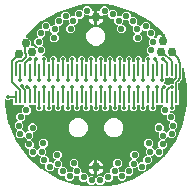
<source format=gbr>
G04 EAGLE Gerber RS-274X export*
G75*
%MOMM*%
%FSLAX34Y34*%
%LPD*%
%INTop Copper*%
%IPPOS*%
%AMOC8*
5,1,8,0,0,1.08239X$1,22.5*%
G01*
%ADD10C,0.750000*%
%ADD11R,0.200000X1.140000*%
%ADD12C,0.533400*%
%ADD13C,0.352400*%
%ADD14C,0.127000*%
%ADD15C,0.254000*%
%ADD16C,0.200000*%
%ADD17C,0.150000*%

G36*
X18Y-70057D02*
X18Y-70057D01*
X84Y-70060D01*
X129Y-70046D01*
X176Y-70041D01*
X235Y-70011D01*
X298Y-69991D01*
X342Y-69959D01*
X377Y-69941D01*
X404Y-69913D01*
X449Y-69880D01*
X2101Y-68227D01*
X2159Y-68236D01*
X5144Y-68236D01*
X5723Y-68814D01*
X5796Y-68865D01*
X5865Y-68921D01*
X5888Y-68929D01*
X5907Y-68942D01*
X5994Y-68965D01*
X6078Y-68993D01*
X6102Y-68992D01*
X6125Y-68998D01*
X6213Y-68989D01*
X6302Y-68986D01*
X6324Y-68978D01*
X6348Y-68975D01*
X6428Y-68936D01*
X6510Y-68902D01*
X6528Y-68886D01*
X6549Y-68876D01*
X6610Y-68811D01*
X6676Y-68751D01*
X6686Y-68730D01*
X6703Y-68712D01*
X6737Y-68630D01*
X6778Y-68551D01*
X6782Y-68525D01*
X6790Y-68506D01*
X6792Y-68455D01*
X6806Y-68366D01*
X6806Y-67772D01*
X8964Y-65615D01*
X11606Y-65615D01*
X11671Y-65603D01*
X11736Y-65601D01*
X11780Y-65583D01*
X11827Y-65575D01*
X11883Y-65541D01*
X11944Y-65517D01*
X11979Y-65485D01*
X12020Y-65461D01*
X12061Y-65410D01*
X12110Y-65365D01*
X12132Y-65323D01*
X12161Y-65287D01*
X12182Y-65224D01*
X12212Y-65166D01*
X12221Y-65111D01*
X12233Y-65074D01*
X12232Y-65035D01*
X12240Y-64980D01*
X12240Y-62713D01*
X14398Y-60555D01*
X15017Y-60555D01*
X15104Y-60539D01*
X15193Y-60530D01*
X15214Y-60520D01*
X15237Y-60515D01*
X15314Y-60470D01*
X15394Y-60431D01*
X15410Y-60413D01*
X15431Y-60401D01*
X15487Y-60332D01*
X15548Y-60267D01*
X15557Y-60246D01*
X15572Y-60227D01*
X15600Y-60143D01*
X15635Y-60061D01*
X15636Y-60037D01*
X15644Y-60015D01*
X15641Y-59926D01*
X15645Y-59837D01*
X15638Y-59814D01*
X15637Y-59790D01*
X15604Y-59708D01*
X15577Y-59623D01*
X15561Y-59602D01*
X15553Y-59582D01*
X15519Y-59545D01*
X15465Y-59472D01*
X14823Y-58830D01*
X14823Y-55778D01*
X16980Y-53620D01*
X20032Y-53620D01*
X22190Y-55778D01*
X22190Y-58830D01*
X20032Y-60988D01*
X19414Y-60988D01*
X19326Y-61004D01*
X19237Y-61013D01*
X19216Y-61023D01*
X19193Y-61027D01*
X19116Y-61073D01*
X19036Y-61112D01*
X19020Y-61129D01*
X19000Y-61142D01*
X18943Y-61211D01*
X18882Y-61275D01*
X18873Y-61297D01*
X18858Y-61316D01*
X18830Y-61400D01*
X18795Y-61482D01*
X18794Y-61506D01*
X18786Y-61528D01*
X18789Y-61617D01*
X18785Y-61706D01*
X18792Y-61729D01*
X18793Y-61753D01*
X18826Y-61835D01*
X18854Y-61920D01*
X18869Y-61941D01*
X18877Y-61961D01*
X18911Y-61998D01*
X18965Y-62071D01*
X19608Y-62713D01*
X19608Y-64293D01*
X19623Y-64381D01*
X19633Y-64469D01*
X19643Y-64491D01*
X19647Y-64514D01*
X19693Y-64591D01*
X19732Y-64671D01*
X19749Y-64687D01*
X19761Y-64707D01*
X19831Y-64763D01*
X19895Y-64824D01*
X19917Y-64834D01*
X19936Y-64849D01*
X20020Y-64877D01*
X20102Y-64912D01*
X20126Y-64913D01*
X20148Y-64920D01*
X20237Y-64918D01*
X20326Y-64922D01*
X20349Y-64915D01*
X20372Y-64914D01*
X20455Y-64880D01*
X20540Y-64853D01*
X20546Y-64848D01*
X23750Y-64848D01*
X23815Y-64837D01*
X23880Y-64835D01*
X23924Y-64817D01*
X23971Y-64809D01*
X24027Y-64775D01*
X24088Y-64751D01*
X24123Y-64719D01*
X24164Y-64695D01*
X24205Y-64644D01*
X24254Y-64599D01*
X24276Y-64557D01*
X24305Y-64520D01*
X24326Y-64458D01*
X24356Y-64400D01*
X24365Y-64345D01*
X24377Y-64308D01*
X24376Y-64269D01*
X24384Y-64214D01*
X24384Y-62696D01*
X26542Y-60538D01*
X27877Y-60538D01*
X27964Y-60523D01*
X28053Y-60513D01*
X28074Y-60503D01*
X28097Y-60499D01*
X28174Y-60453D01*
X28254Y-60414D01*
X28270Y-60397D01*
X28291Y-60385D01*
X28347Y-60316D01*
X28408Y-60251D01*
X28417Y-60229D01*
X28432Y-60210D01*
X28460Y-60126D01*
X28495Y-60044D01*
X28496Y-60020D01*
X28504Y-59998D01*
X28501Y-59909D01*
X28505Y-59820D01*
X28498Y-59797D01*
X28497Y-59774D01*
X28464Y-59691D01*
X28437Y-59606D01*
X28421Y-59585D01*
X28413Y-59566D01*
X28379Y-59528D01*
X28325Y-59456D01*
X28324Y-59454D01*
X28324Y-56403D01*
X30383Y-54344D01*
X30420Y-54290D01*
X30465Y-54242D01*
X30484Y-54198D01*
X30511Y-54160D01*
X30527Y-54096D01*
X30553Y-54035D01*
X30555Y-53988D01*
X30567Y-53942D01*
X30560Y-53877D01*
X30563Y-53811D01*
X30548Y-53766D01*
X30543Y-53719D01*
X30514Y-53660D01*
X30494Y-53598D01*
X30462Y-53553D01*
X30444Y-53518D01*
X30415Y-53491D01*
X30383Y-53447D01*
X29023Y-52088D01*
X29023Y-49036D01*
X31181Y-46878D01*
X34233Y-46878D01*
X36391Y-49036D01*
X36391Y-52088D01*
X34332Y-54146D01*
X34294Y-54201D01*
X34249Y-54248D01*
X34231Y-54292D01*
X34204Y-54331D01*
X34187Y-54394D01*
X34162Y-54455D01*
X34160Y-54502D01*
X34148Y-54548D01*
X34155Y-54613D01*
X34152Y-54679D01*
X34166Y-54724D01*
X34171Y-54771D01*
X34200Y-54830D01*
X34220Y-54893D01*
X34253Y-54937D01*
X34271Y-54972D01*
X34299Y-54999D01*
X34332Y-55043D01*
X35691Y-56403D01*
X35691Y-57136D01*
X35707Y-57224D01*
X35716Y-57312D01*
X35727Y-57334D01*
X35731Y-57357D01*
X35776Y-57434D01*
X35816Y-57513D01*
X35833Y-57530D01*
X35845Y-57550D01*
X35914Y-57606D01*
X35979Y-57667D01*
X36001Y-57677D01*
X36019Y-57692D01*
X36103Y-57720D01*
X36186Y-57755D01*
X36209Y-57756D01*
X36232Y-57763D01*
X36321Y-57761D01*
X36410Y-57765D01*
X36432Y-57757D01*
X36456Y-57757D01*
X36538Y-57723D01*
X36623Y-57696D01*
X36645Y-57680D01*
X36664Y-57673D01*
X36701Y-57638D01*
X36774Y-57585D01*
X37568Y-56791D01*
X39415Y-56791D01*
X39480Y-56779D01*
X39546Y-56777D01*
X39590Y-56760D01*
X39636Y-56751D01*
X39693Y-56718D01*
X39754Y-56693D01*
X39789Y-56661D01*
X39829Y-56637D01*
X39871Y-56586D01*
X39919Y-56542D01*
X39941Y-56500D01*
X39971Y-56463D01*
X39992Y-56401D01*
X40022Y-56342D01*
X40030Y-56288D01*
X40043Y-56250D01*
X40042Y-56211D01*
X40050Y-56157D01*
X40050Y-53243D01*
X42207Y-51086D01*
X42584Y-51086D01*
X42672Y-51070D01*
X42760Y-51061D01*
X42782Y-51050D01*
X42805Y-51046D01*
X42882Y-51001D01*
X42961Y-50961D01*
X42978Y-50944D01*
X42998Y-50932D01*
X43054Y-50863D01*
X43115Y-50798D01*
X43125Y-50776D01*
X43140Y-50758D01*
X43168Y-50673D01*
X43203Y-50591D01*
X43204Y-50568D01*
X43211Y-50545D01*
X43209Y-50456D01*
X43213Y-50367D01*
X43206Y-50344D01*
X43205Y-50321D01*
X43171Y-50238D01*
X43144Y-50154D01*
X43128Y-50132D01*
X43121Y-50113D01*
X43087Y-50076D01*
X43033Y-50003D01*
X42226Y-49196D01*
X42226Y-46145D01*
X43285Y-45086D01*
X43322Y-45032D01*
X43368Y-44984D01*
X43386Y-44941D01*
X43413Y-44902D01*
X43429Y-44838D01*
X43455Y-44778D01*
X43457Y-44730D01*
X43469Y-44685D01*
X43462Y-44619D01*
X43465Y-44553D01*
X43450Y-44508D01*
X43446Y-44461D01*
X43416Y-44403D01*
X43396Y-44340D01*
X43364Y-44296D01*
X43346Y-44260D01*
X43317Y-44233D01*
X43285Y-44189D01*
X40995Y-41900D01*
X40995Y-38848D01*
X43153Y-36690D01*
X46205Y-36690D01*
X48363Y-38848D01*
X48363Y-41900D01*
X47304Y-42958D01*
X47267Y-43012D01*
X47221Y-43060D01*
X47203Y-43104D01*
X47176Y-43142D01*
X47160Y-43206D01*
X47134Y-43267D01*
X47132Y-43314D01*
X47120Y-43360D01*
X47127Y-43425D01*
X47124Y-43491D01*
X47138Y-43536D01*
X47143Y-43583D01*
X47172Y-43642D01*
X47193Y-43704D01*
X47225Y-43749D01*
X47243Y-43784D01*
X47271Y-43811D01*
X47304Y-43855D01*
X49526Y-46077D01*
X49580Y-46115D01*
X49628Y-46160D01*
X49671Y-46178D01*
X49710Y-46205D01*
X49774Y-46221D01*
X49834Y-46247D01*
X49882Y-46249D01*
X49927Y-46261D01*
X49993Y-46254D01*
X50059Y-46257D01*
X50104Y-46243D01*
X50151Y-46238D01*
X50210Y-46209D01*
X50272Y-46188D01*
X50316Y-46156D01*
X50352Y-46138D01*
X50379Y-46110D01*
X50423Y-46077D01*
X51888Y-44612D01*
X52706Y-44612D01*
X52794Y-44596D01*
X52882Y-44587D01*
X52903Y-44577D01*
X52927Y-44572D01*
X53003Y-44527D01*
X53083Y-44488D01*
X53099Y-44470D01*
X53120Y-44458D01*
X53176Y-44389D01*
X53237Y-44324D01*
X53246Y-44303D01*
X53261Y-44284D01*
X53290Y-44200D01*
X53325Y-44118D01*
X53326Y-44094D01*
X53333Y-44072D01*
X53331Y-43983D01*
X53335Y-43894D01*
X53327Y-43871D01*
X53327Y-43847D01*
X53293Y-43765D01*
X53266Y-43680D01*
X53250Y-43659D01*
X53242Y-43639D01*
X53208Y-43602D01*
X53154Y-43529D01*
X52735Y-43110D01*
X52735Y-40058D01*
X54603Y-38190D01*
X54641Y-38136D01*
X54686Y-38088D01*
X54704Y-38044D01*
X54731Y-38006D01*
X54748Y-37942D01*
X54773Y-37881D01*
X54775Y-37834D01*
X54787Y-37788D01*
X54780Y-37723D01*
X54783Y-37657D01*
X54769Y-37612D01*
X54764Y-37565D01*
X54735Y-37506D01*
X54715Y-37444D01*
X54682Y-37399D01*
X54664Y-37364D01*
X54636Y-37337D01*
X54603Y-37293D01*
X53000Y-35690D01*
X53000Y-32638D01*
X53437Y-32201D01*
X53488Y-32127D01*
X53544Y-32058D01*
X53552Y-32036D01*
X53565Y-32016D01*
X53588Y-31930D01*
X53616Y-31846D01*
X53615Y-31822D01*
X53621Y-31799D01*
X53612Y-31711D01*
X53609Y-31622D01*
X53601Y-31600D01*
X53598Y-31576D01*
X53559Y-31496D01*
X53525Y-31414D01*
X53509Y-31396D01*
X53499Y-31375D01*
X53434Y-31314D01*
X53374Y-31248D01*
X53353Y-31237D01*
X53335Y-31221D01*
X53253Y-31186D01*
X53174Y-31146D01*
X53148Y-31142D01*
X53129Y-31134D01*
X53078Y-31131D01*
X52989Y-31118D01*
X52080Y-31118D01*
X49922Y-28960D01*
X49922Y-25908D01*
X52080Y-23750D01*
X55132Y-23750D01*
X57290Y-25908D01*
X57290Y-28960D01*
X56852Y-29397D01*
X56801Y-29471D01*
X56745Y-29540D01*
X56738Y-29562D01*
X56724Y-29582D01*
X56702Y-29668D01*
X56674Y-29752D01*
X56674Y-29776D01*
X56668Y-29799D01*
X56678Y-29887D01*
X56680Y-29976D01*
X56689Y-29998D01*
X56692Y-30022D01*
X56731Y-30102D01*
X56764Y-30184D01*
X56780Y-30202D01*
X56791Y-30223D01*
X56856Y-30284D01*
X56916Y-30350D01*
X56937Y-30361D01*
X56954Y-30377D01*
X57036Y-30412D01*
X57115Y-30452D01*
X57142Y-30456D01*
X57161Y-30464D01*
X57211Y-30467D01*
X57301Y-30480D01*
X58209Y-30480D01*
X59327Y-31597D01*
X59400Y-31648D01*
X59469Y-31704D01*
X59492Y-31712D01*
X59511Y-31726D01*
X59597Y-31748D01*
X59682Y-31776D01*
X59705Y-31776D01*
X59728Y-31782D01*
X59817Y-31772D01*
X59906Y-31770D01*
X59928Y-31761D01*
X59951Y-31758D01*
X60031Y-31719D01*
X60114Y-31685D01*
X60131Y-31669D01*
X60153Y-31659D01*
X60214Y-31594D01*
X60279Y-31534D01*
X60290Y-31513D01*
X60306Y-31496D01*
X60341Y-31414D01*
X60382Y-31334D01*
X60383Y-31326D01*
X62648Y-29061D01*
X62686Y-29007D01*
X62731Y-28959D01*
X62750Y-28916D01*
X62777Y-28877D01*
X62793Y-28813D01*
X62819Y-28753D01*
X62821Y-28705D01*
X62833Y-28660D01*
X62826Y-28594D01*
X62829Y-28528D01*
X62814Y-28483D01*
X62809Y-28436D01*
X62780Y-28377D01*
X62760Y-28315D01*
X62727Y-28271D01*
X62710Y-28235D01*
X62681Y-28208D01*
X62648Y-28164D01*
X61575Y-27091D01*
X61575Y-24039D01*
X62519Y-23095D01*
X62570Y-23022D01*
X62626Y-22953D01*
X62633Y-22931D01*
X62647Y-22911D01*
X62669Y-22825D01*
X62698Y-22741D01*
X62697Y-22717D01*
X62703Y-22694D01*
X62694Y-22605D01*
X62691Y-22516D01*
X62682Y-22494D01*
X62680Y-22471D01*
X62640Y-22391D01*
X62607Y-22308D01*
X62591Y-22291D01*
X62580Y-22270D01*
X62515Y-22208D01*
X62455Y-22143D01*
X62434Y-22132D01*
X62417Y-22116D01*
X62335Y-22081D01*
X62256Y-22040D01*
X62230Y-22036D01*
X62210Y-22028D01*
X62160Y-22026D01*
X62070Y-22013D01*
X62069Y-22013D01*
X59911Y-19855D01*
X59911Y-16943D01*
X59899Y-16878D01*
X59897Y-16813D01*
X59879Y-16769D01*
X59871Y-16722D01*
X59837Y-16665D01*
X59813Y-16605D01*
X59781Y-16570D01*
X59757Y-16529D01*
X59706Y-16488D01*
X59661Y-16439D01*
X59619Y-16417D01*
X59583Y-16388D01*
X59520Y-16367D01*
X59462Y-16337D01*
X59407Y-16328D01*
X59370Y-16316D01*
X59331Y-16317D01*
X59276Y-16309D01*
X57354Y-16309D01*
X55196Y-14151D01*
X55196Y-11099D01*
X56796Y-9499D01*
X56847Y-9426D01*
X56903Y-9357D01*
X56910Y-9335D01*
X56924Y-9315D01*
X56946Y-9229D01*
X56975Y-9145D01*
X56974Y-9121D01*
X56980Y-9098D01*
X56971Y-9009D01*
X56968Y-8920D01*
X56959Y-8898D01*
X56957Y-8875D01*
X56917Y-8795D01*
X56884Y-8713D01*
X56868Y-8695D01*
X56857Y-8674D01*
X56793Y-8613D01*
X56732Y-8547D01*
X56711Y-8536D01*
X56694Y-8520D01*
X56612Y-8485D01*
X56533Y-8444D01*
X56507Y-8441D01*
X56487Y-8432D01*
X56437Y-8430D01*
X56347Y-8417D01*
X54579Y-8417D01*
X54449Y-8286D01*
X54394Y-8249D01*
X54347Y-8204D01*
X54303Y-8185D01*
X54264Y-8158D01*
X54201Y-8142D01*
X54140Y-8116D01*
X54093Y-8114D01*
X54047Y-8102D01*
X53982Y-8109D01*
X53916Y-8106D01*
X53871Y-8121D01*
X53824Y-8126D01*
X53765Y-8155D01*
X53702Y-8175D01*
X53658Y-8208D01*
X53623Y-8225D01*
X53596Y-8254D01*
X53552Y-8286D01*
X53421Y-8417D01*
X51378Y-8417D01*
X51290Y-8432D01*
X51201Y-8442D01*
X51180Y-8452D01*
X51157Y-8456D01*
X51080Y-8502D01*
X51000Y-8541D01*
X50984Y-8558D01*
X50964Y-8571D01*
X50907Y-8640D01*
X50846Y-8705D01*
X50837Y-8726D01*
X50822Y-8745D01*
X50794Y-8829D01*
X50759Y-8911D01*
X50758Y-8935D01*
X50750Y-8957D01*
X50753Y-9046D01*
X50749Y-9135D01*
X50756Y-9158D01*
X50757Y-9182D01*
X50779Y-9235D01*
X50779Y-11651D01*
X49151Y-13279D01*
X46849Y-13279D01*
X45221Y-11651D01*
X45221Y-9229D01*
X45250Y-9145D01*
X45249Y-9121D01*
X45255Y-9098D01*
X45246Y-9009D01*
X45243Y-8920D01*
X45234Y-8899D01*
X45232Y-8875D01*
X45192Y-8795D01*
X45159Y-8713D01*
X45143Y-8695D01*
X45132Y-8674D01*
X45067Y-8613D01*
X45007Y-8547D01*
X44986Y-8536D01*
X44969Y-8520D01*
X44887Y-8485D01*
X44808Y-8444D01*
X44782Y-8441D01*
X44763Y-8432D01*
X44712Y-8430D01*
X44622Y-8417D01*
X43378Y-8417D01*
X43290Y-8432D01*
X43201Y-8442D01*
X43180Y-8452D01*
X43157Y-8456D01*
X43080Y-8502D01*
X43000Y-8541D01*
X42984Y-8558D01*
X42964Y-8571D01*
X42907Y-8640D01*
X42846Y-8705D01*
X42837Y-8726D01*
X42822Y-8745D01*
X42794Y-8829D01*
X42759Y-8911D01*
X42758Y-8935D01*
X42750Y-8957D01*
X42753Y-9046D01*
X42749Y-9135D01*
X42756Y-9158D01*
X42757Y-9182D01*
X42779Y-9235D01*
X42779Y-11651D01*
X41151Y-13279D01*
X38849Y-13279D01*
X37221Y-11651D01*
X37221Y-9229D01*
X37250Y-9145D01*
X37249Y-9121D01*
X37255Y-9098D01*
X37246Y-9009D01*
X37243Y-8920D01*
X37234Y-8899D01*
X37232Y-8875D01*
X37192Y-8795D01*
X37159Y-8713D01*
X37143Y-8695D01*
X37132Y-8674D01*
X37067Y-8613D01*
X37007Y-8547D01*
X36986Y-8536D01*
X36969Y-8520D01*
X36887Y-8485D01*
X36808Y-8444D01*
X36782Y-8441D01*
X36763Y-8432D01*
X36712Y-8430D01*
X36622Y-8417D01*
X35378Y-8417D01*
X35290Y-8432D01*
X35201Y-8442D01*
X35180Y-8452D01*
X35157Y-8456D01*
X35080Y-8502D01*
X35000Y-8541D01*
X34984Y-8558D01*
X34964Y-8571D01*
X34907Y-8640D01*
X34846Y-8705D01*
X34837Y-8726D01*
X34822Y-8745D01*
X34794Y-8829D01*
X34759Y-8911D01*
X34758Y-8935D01*
X34750Y-8957D01*
X34753Y-9046D01*
X34749Y-9135D01*
X34756Y-9158D01*
X34757Y-9182D01*
X34779Y-9235D01*
X34779Y-11651D01*
X33151Y-13279D01*
X30849Y-13279D01*
X29221Y-11651D01*
X29221Y-9229D01*
X29250Y-9145D01*
X29249Y-9121D01*
X29255Y-9098D01*
X29246Y-9009D01*
X29243Y-8920D01*
X29234Y-8899D01*
X29232Y-8875D01*
X29192Y-8795D01*
X29159Y-8713D01*
X29143Y-8695D01*
X29132Y-8674D01*
X29067Y-8613D01*
X29007Y-8547D01*
X28986Y-8536D01*
X28969Y-8520D01*
X28887Y-8485D01*
X28808Y-8444D01*
X28782Y-8441D01*
X28763Y-8432D01*
X28712Y-8430D01*
X28622Y-8417D01*
X27378Y-8417D01*
X27290Y-8432D01*
X27201Y-8442D01*
X27180Y-8452D01*
X27157Y-8456D01*
X27080Y-8502D01*
X27000Y-8541D01*
X26984Y-8558D01*
X26964Y-8571D01*
X26907Y-8640D01*
X26846Y-8705D01*
X26837Y-8726D01*
X26822Y-8745D01*
X26794Y-8829D01*
X26759Y-8911D01*
X26758Y-8935D01*
X26750Y-8957D01*
X26753Y-9046D01*
X26749Y-9135D01*
X26756Y-9158D01*
X26757Y-9182D01*
X26779Y-9235D01*
X26779Y-11651D01*
X25151Y-13279D01*
X22849Y-13279D01*
X21221Y-11651D01*
X21221Y-9229D01*
X21250Y-9145D01*
X21249Y-9121D01*
X21255Y-9098D01*
X21246Y-9009D01*
X21243Y-8920D01*
X21234Y-8899D01*
X21232Y-8875D01*
X21192Y-8795D01*
X21159Y-8713D01*
X21143Y-8695D01*
X21132Y-8674D01*
X21067Y-8613D01*
X21007Y-8547D01*
X20986Y-8536D01*
X20969Y-8520D01*
X20887Y-8485D01*
X20808Y-8444D01*
X20782Y-8441D01*
X20763Y-8432D01*
X20712Y-8430D01*
X20622Y-8417D01*
X19378Y-8417D01*
X19290Y-8432D01*
X19201Y-8442D01*
X19180Y-8452D01*
X19157Y-8456D01*
X19080Y-8502D01*
X19000Y-8541D01*
X18984Y-8558D01*
X18964Y-8571D01*
X18907Y-8640D01*
X18846Y-8705D01*
X18837Y-8726D01*
X18822Y-8745D01*
X18794Y-8829D01*
X18759Y-8911D01*
X18758Y-8935D01*
X18750Y-8957D01*
X18753Y-9046D01*
X18749Y-9135D01*
X18756Y-9158D01*
X18757Y-9182D01*
X18779Y-9235D01*
X18779Y-11651D01*
X17151Y-13279D01*
X14849Y-13279D01*
X13221Y-11651D01*
X13221Y-9229D01*
X13250Y-9145D01*
X13249Y-9121D01*
X13255Y-9098D01*
X13246Y-9009D01*
X13243Y-8920D01*
X13234Y-8899D01*
X13232Y-8875D01*
X13192Y-8795D01*
X13159Y-8713D01*
X13143Y-8695D01*
X13132Y-8674D01*
X13067Y-8613D01*
X13007Y-8547D01*
X12986Y-8536D01*
X12969Y-8520D01*
X12887Y-8485D01*
X12808Y-8444D01*
X12782Y-8441D01*
X12763Y-8432D01*
X12712Y-8430D01*
X12622Y-8417D01*
X11378Y-8417D01*
X11290Y-8432D01*
X11201Y-8442D01*
X11180Y-8452D01*
X11157Y-8456D01*
X11080Y-8502D01*
X11000Y-8541D01*
X10984Y-8558D01*
X10964Y-8571D01*
X10907Y-8640D01*
X10846Y-8705D01*
X10837Y-8726D01*
X10822Y-8745D01*
X10794Y-8829D01*
X10759Y-8911D01*
X10758Y-8935D01*
X10750Y-8957D01*
X10753Y-9046D01*
X10749Y-9135D01*
X10756Y-9158D01*
X10757Y-9182D01*
X10779Y-9235D01*
X10779Y-11651D01*
X9151Y-13279D01*
X6849Y-13279D01*
X5221Y-11651D01*
X5221Y-9229D01*
X5250Y-9145D01*
X5249Y-9121D01*
X5255Y-9098D01*
X5246Y-9009D01*
X5243Y-8920D01*
X5234Y-8899D01*
X5232Y-8875D01*
X5192Y-8795D01*
X5159Y-8713D01*
X5143Y-8695D01*
X5132Y-8674D01*
X5067Y-8613D01*
X5007Y-8547D01*
X4986Y-8536D01*
X4969Y-8520D01*
X4887Y-8485D01*
X4808Y-8444D01*
X4782Y-8441D01*
X4763Y-8432D01*
X4712Y-8430D01*
X4622Y-8417D01*
X3378Y-8417D01*
X3290Y-8432D01*
X3201Y-8442D01*
X3180Y-8452D01*
X3157Y-8456D01*
X3080Y-8502D01*
X3000Y-8541D01*
X2984Y-8558D01*
X2964Y-8571D01*
X2907Y-8640D01*
X2846Y-8705D01*
X2837Y-8726D01*
X2822Y-8745D01*
X2794Y-8829D01*
X2759Y-8911D01*
X2758Y-8935D01*
X2750Y-8957D01*
X2753Y-9046D01*
X2749Y-9135D01*
X2756Y-9158D01*
X2757Y-9182D01*
X2779Y-9235D01*
X2779Y-11651D01*
X1151Y-13279D01*
X-1151Y-13279D01*
X-2779Y-11651D01*
X-2779Y-9229D01*
X-2750Y-9145D01*
X-2751Y-9121D01*
X-2745Y-9098D01*
X-2754Y-9009D01*
X-2757Y-8920D01*
X-2766Y-8899D01*
X-2768Y-8875D01*
X-2808Y-8795D01*
X-2841Y-8713D01*
X-2857Y-8695D01*
X-2868Y-8674D01*
X-2933Y-8613D01*
X-2993Y-8547D01*
X-3014Y-8536D01*
X-3031Y-8520D01*
X-3113Y-8485D01*
X-3192Y-8444D01*
X-3218Y-8441D01*
X-3237Y-8432D01*
X-3288Y-8430D01*
X-3378Y-8417D01*
X-4622Y-8417D01*
X-4710Y-8432D01*
X-4799Y-8442D01*
X-4820Y-8452D01*
X-4843Y-8456D01*
X-4920Y-8502D01*
X-5000Y-8541D01*
X-5016Y-8558D01*
X-5036Y-8571D01*
X-5093Y-8640D01*
X-5154Y-8705D01*
X-5163Y-8726D01*
X-5178Y-8745D01*
X-5206Y-8829D01*
X-5241Y-8911D01*
X-5242Y-8935D01*
X-5250Y-8957D01*
X-5247Y-9046D01*
X-5251Y-9135D01*
X-5244Y-9158D01*
X-5243Y-9182D01*
X-5221Y-9235D01*
X-5221Y-11651D01*
X-6849Y-13279D01*
X-9151Y-13279D01*
X-10779Y-11651D01*
X-10779Y-9229D01*
X-10750Y-9145D01*
X-10751Y-9121D01*
X-10745Y-9098D01*
X-10754Y-9009D01*
X-10757Y-8920D01*
X-10766Y-8899D01*
X-10768Y-8875D01*
X-10808Y-8795D01*
X-10841Y-8713D01*
X-10857Y-8695D01*
X-10868Y-8674D01*
X-10933Y-8613D01*
X-10993Y-8547D01*
X-11014Y-8536D01*
X-11031Y-8520D01*
X-11113Y-8485D01*
X-11192Y-8444D01*
X-11218Y-8441D01*
X-11237Y-8432D01*
X-11288Y-8430D01*
X-11378Y-8417D01*
X-12622Y-8417D01*
X-12710Y-8432D01*
X-12799Y-8442D01*
X-12820Y-8452D01*
X-12843Y-8456D01*
X-12920Y-8502D01*
X-13000Y-8541D01*
X-13016Y-8558D01*
X-13036Y-8571D01*
X-13093Y-8640D01*
X-13154Y-8705D01*
X-13163Y-8726D01*
X-13178Y-8745D01*
X-13206Y-8829D01*
X-13241Y-8911D01*
X-13242Y-8935D01*
X-13250Y-8957D01*
X-13247Y-9046D01*
X-13251Y-9135D01*
X-13244Y-9158D01*
X-13243Y-9182D01*
X-13221Y-9235D01*
X-13221Y-11651D01*
X-14849Y-13279D01*
X-17151Y-13279D01*
X-18779Y-11651D01*
X-18779Y-9229D01*
X-18750Y-9145D01*
X-18751Y-9121D01*
X-18745Y-9098D01*
X-18754Y-9009D01*
X-18757Y-8920D01*
X-18766Y-8899D01*
X-18768Y-8875D01*
X-18808Y-8795D01*
X-18841Y-8713D01*
X-18857Y-8695D01*
X-18868Y-8674D01*
X-18933Y-8613D01*
X-18993Y-8547D01*
X-19014Y-8536D01*
X-19031Y-8520D01*
X-19113Y-8485D01*
X-19192Y-8444D01*
X-19218Y-8441D01*
X-19237Y-8432D01*
X-19288Y-8430D01*
X-19378Y-8417D01*
X-20622Y-8417D01*
X-20710Y-8432D01*
X-20799Y-8442D01*
X-20820Y-8452D01*
X-20843Y-8456D01*
X-20920Y-8502D01*
X-21000Y-8541D01*
X-21016Y-8558D01*
X-21036Y-8571D01*
X-21093Y-8640D01*
X-21154Y-8705D01*
X-21163Y-8726D01*
X-21178Y-8745D01*
X-21206Y-8829D01*
X-21241Y-8911D01*
X-21242Y-8935D01*
X-21250Y-8957D01*
X-21247Y-9046D01*
X-21251Y-9135D01*
X-21244Y-9158D01*
X-21243Y-9182D01*
X-21221Y-9235D01*
X-21221Y-11651D01*
X-22849Y-13279D01*
X-25151Y-13279D01*
X-26779Y-11651D01*
X-26779Y-9229D01*
X-26750Y-9145D01*
X-26751Y-9121D01*
X-26745Y-9098D01*
X-26754Y-9009D01*
X-26757Y-8920D01*
X-26766Y-8899D01*
X-26768Y-8875D01*
X-26808Y-8795D01*
X-26841Y-8713D01*
X-26857Y-8695D01*
X-26868Y-8674D01*
X-26933Y-8613D01*
X-26993Y-8547D01*
X-27014Y-8536D01*
X-27031Y-8520D01*
X-27113Y-8485D01*
X-27192Y-8444D01*
X-27218Y-8441D01*
X-27237Y-8432D01*
X-27288Y-8430D01*
X-27378Y-8417D01*
X-28622Y-8417D01*
X-28710Y-8432D01*
X-28799Y-8442D01*
X-28820Y-8452D01*
X-28843Y-8456D01*
X-28920Y-8502D01*
X-29000Y-8541D01*
X-29016Y-8558D01*
X-29036Y-8571D01*
X-29093Y-8640D01*
X-29154Y-8705D01*
X-29163Y-8726D01*
X-29178Y-8745D01*
X-29206Y-8829D01*
X-29241Y-8911D01*
X-29242Y-8935D01*
X-29250Y-8957D01*
X-29247Y-9046D01*
X-29251Y-9135D01*
X-29244Y-9158D01*
X-29243Y-9182D01*
X-29221Y-9235D01*
X-29221Y-11651D01*
X-30849Y-13279D01*
X-33151Y-13279D01*
X-34779Y-11651D01*
X-34779Y-9229D01*
X-34750Y-9145D01*
X-34751Y-9121D01*
X-34745Y-9098D01*
X-34754Y-9009D01*
X-34757Y-8920D01*
X-34766Y-8899D01*
X-34768Y-8875D01*
X-34808Y-8795D01*
X-34841Y-8713D01*
X-34857Y-8695D01*
X-34868Y-8674D01*
X-34933Y-8613D01*
X-34993Y-8547D01*
X-35014Y-8536D01*
X-35031Y-8520D01*
X-35113Y-8485D01*
X-35192Y-8444D01*
X-35218Y-8441D01*
X-35237Y-8432D01*
X-35288Y-8430D01*
X-35378Y-8417D01*
X-36622Y-8417D01*
X-36710Y-8432D01*
X-36799Y-8442D01*
X-36820Y-8452D01*
X-36843Y-8456D01*
X-36920Y-8502D01*
X-37000Y-8541D01*
X-37016Y-8558D01*
X-37036Y-8571D01*
X-37093Y-8640D01*
X-37154Y-8705D01*
X-37163Y-8726D01*
X-37178Y-8745D01*
X-37206Y-8829D01*
X-37241Y-8911D01*
X-37242Y-8935D01*
X-37250Y-8957D01*
X-37247Y-9046D01*
X-37251Y-9135D01*
X-37244Y-9158D01*
X-37243Y-9182D01*
X-37221Y-9235D01*
X-37221Y-11651D01*
X-38849Y-13279D01*
X-41151Y-13279D01*
X-42779Y-11651D01*
X-42779Y-9229D01*
X-42750Y-9145D01*
X-42751Y-9121D01*
X-42745Y-9098D01*
X-42754Y-9009D01*
X-42757Y-8920D01*
X-42766Y-8899D01*
X-42768Y-8875D01*
X-42808Y-8795D01*
X-42841Y-8713D01*
X-42857Y-8695D01*
X-42868Y-8674D01*
X-42933Y-8613D01*
X-42993Y-8547D01*
X-43014Y-8536D01*
X-43031Y-8520D01*
X-43113Y-8485D01*
X-43192Y-8444D01*
X-43218Y-8441D01*
X-43237Y-8432D01*
X-43288Y-8430D01*
X-43378Y-8417D01*
X-44622Y-8417D01*
X-44710Y-8432D01*
X-44799Y-8442D01*
X-44820Y-8452D01*
X-44843Y-8456D01*
X-44920Y-8502D01*
X-45000Y-8541D01*
X-45016Y-8558D01*
X-45036Y-8571D01*
X-45093Y-8640D01*
X-45154Y-8705D01*
X-45163Y-8726D01*
X-45178Y-8745D01*
X-45206Y-8829D01*
X-45241Y-8911D01*
X-45242Y-8935D01*
X-45250Y-8957D01*
X-45247Y-9046D01*
X-45251Y-9135D01*
X-45244Y-9158D01*
X-45243Y-9182D01*
X-45221Y-9235D01*
X-45221Y-11651D01*
X-46849Y-13279D01*
X-49151Y-13279D01*
X-50779Y-11651D01*
X-50779Y-9229D01*
X-50750Y-9145D01*
X-50751Y-9121D01*
X-50745Y-9098D01*
X-50754Y-9009D01*
X-50757Y-8920D01*
X-50766Y-8899D01*
X-50768Y-8875D01*
X-50808Y-8795D01*
X-50841Y-8713D01*
X-50857Y-8695D01*
X-50868Y-8674D01*
X-50933Y-8613D01*
X-50993Y-8547D01*
X-51014Y-8536D01*
X-51031Y-8520D01*
X-51113Y-8485D01*
X-51192Y-8444D01*
X-51218Y-8441D01*
X-51237Y-8432D01*
X-51288Y-8430D01*
X-51378Y-8417D01*
X-53421Y-8417D01*
X-53551Y-8286D01*
X-53606Y-8249D01*
X-53653Y-8204D01*
X-53697Y-8185D01*
X-53736Y-8158D01*
X-53799Y-8142D01*
X-53860Y-8116D01*
X-53907Y-8114D01*
X-53953Y-8102D01*
X-54018Y-8109D01*
X-54084Y-8106D01*
X-54129Y-8121D01*
X-54176Y-8126D01*
X-54235Y-8155D01*
X-54298Y-8175D01*
X-54342Y-8208D01*
X-54377Y-8225D01*
X-54404Y-8254D01*
X-54448Y-8286D01*
X-54579Y-8417D01*
X-56347Y-8417D01*
X-56435Y-8433D01*
X-56524Y-8442D01*
X-56545Y-8452D01*
X-56568Y-8456D01*
X-56645Y-8502D01*
X-56725Y-8541D01*
X-56741Y-8558D01*
X-56762Y-8571D01*
X-56818Y-8640D01*
X-56879Y-8704D01*
X-56888Y-8726D01*
X-56903Y-8745D01*
X-56931Y-8829D01*
X-56966Y-8911D01*
X-56967Y-8935D01*
X-56975Y-8957D01*
X-56972Y-9046D01*
X-56976Y-9135D01*
X-56969Y-9158D01*
X-56968Y-9182D01*
X-56935Y-9264D01*
X-56907Y-9349D01*
X-56892Y-9370D01*
X-56884Y-9389D01*
X-56850Y-9427D01*
X-56796Y-9499D01*
X-55196Y-11099D01*
X-55196Y-14151D01*
X-57354Y-16309D01*
X-59276Y-16309D01*
X-59341Y-16320D01*
X-59407Y-16322D01*
X-59451Y-16340D01*
X-59497Y-16349D01*
X-59554Y-16382D01*
X-59615Y-16407D01*
X-59650Y-16439D01*
X-59690Y-16463D01*
X-59732Y-16514D01*
X-59780Y-16558D01*
X-59802Y-16600D01*
X-59832Y-16637D01*
X-59853Y-16699D01*
X-59883Y-16758D01*
X-59891Y-16812D01*
X-59904Y-16849D01*
X-59903Y-16889D01*
X-59911Y-16943D01*
X-59911Y-19855D01*
X-62069Y-22013D01*
X-62070Y-22013D01*
X-62158Y-22028D01*
X-62247Y-22038D01*
X-62268Y-22048D01*
X-62291Y-22052D01*
X-62368Y-22098D01*
X-62448Y-22137D01*
X-62464Y-22154D01*
X-62484Y-22166D01*
X-62541Y-22236D01*
X-62602Y-22300D01*
X-62611Y-22322D01*
X-62626Y-22341D01*
X-62654Y-22425D01*
X-62689Y-22507D01*
X-62690Y-22531D01*
X-62698Y-22553D01*
X-62695Y-22642D01*
X-62699Y-22731D01*
X-62692Y-22754D01*
X-62691Y-22777D01*
X-62658Y-22860D01*
X-62630Y-22945D01*
X-62615Y-22966D01*
X-62607Y-22985D01*
X-62573Y-23023D01*
X-62519Y-23095D01*
X-61575Y-24039D01*
X-61575Y-27091D01*
X-62648Y-28164D01*
X-62686Y-28218D01*
X-62731Y-28266D01*
X-62750Y-28310D01*
X-62777Y-28348D01*
X-62793Y-28412D01*
X-62819Y-28473D01*
X-62821Y-28520D01*
X-62833Y-28566D01*
X-62826Y-28631D01*
X-62829Y-28697D01*
X-62814Y-28742D01*
X-62809Y-28789D01*
X-62780Y-28848D01*
X-62760Y-28910D01*
X-62727Y-28955D01*
X-62710Y-28990D01*
X-62681Y-29017D01*
X-62648Y-29061D01*
X-60385Y-31325D01*
X-60374Y-31346D01*
X-60370Y-31370D01*
X-60324Y-31447D01*
X-60285Y-31526D01*
X-60268Y-31543D01*
X-60256Y-31563D01*
X-60187Y-31619D01*
X-60122Y-31680D01*
X-60100Y-31689D01*
X-60082Y-31704D01*
X-59997Y-31733D01*
X-59915Y-31768D01*
X-59891Y-31769D01*
X-59869Y-31776D01*
X-59780Y-31774D01*
X-59691Y-31778D01*
X-59668Y-31770D01*
X-59645Y-31770D01*
X-59562Y-31736D01*
X-59477Y-31709D01*
X-59456Y-31693D01*
X-59437Y-31685D01*
X-59400Y-31651D01*
X-59327Y-31597D01*
X-58209Y-30480D01*
X-57301Y-30480D01*
X-57213Y-30464D01*
X-57125Y-30455D01*
X-57103Y-30445D01*
X-57080Y-30440D01*
X-57003Y-30395D01*
X-56924Y-30356D01*
X-56907Y-30338D01*
X-56887Y-30326D01*
X-56831Y-30257D01*
X-56770Y-30192D01*
X-56760Y-30171D01*
X-56745Y-30152D01*
X-56717Y-30068D01*
X-56682Y-29986D01*
X-56681Y-29962D01*
X-56674Y-29940D01*
X-56676Y-29851D01*
X-56672Y-29762D01*
X-56679Y-29739D01*
X-56680Y-29715D01*
X-56714Y-29633D01*
X-56741Y-29548D01*
X-56757Y-29527D01*
X-56764Y-29507D01*
X-56798Y-29470D01*
X-56852Y-29397D01*
X-57290Y-28960D01*
X-57290Y-25908D01*
X-55132Y-23750D01*
X-52080Y-23750D01*
X-49922Y-25908D01*
X-49922Y-28960D01*
X-52080Y-31118D01*
X-52989Y-31118D01*
X-53076Y-31134D01*
X-53165Y-31143D01*
X-53186Y-31153D01*
X-53210Y-31158D01*
X-53286Y-31203D01*
X-53366Y-31242D01*
X-53382Y-31260D01*
X-53403Y-31272D01*
X-53459Y-31341D01*
X-53520Y-31406D01*
X-53529Y-31427D01*
X-53544Y-31446D01*
X-53573Y-31530D01*
X-53607Y-31612D01*
X-53608Y-31636D01*
X-53616Y-31658D01*
X-53613Y-31747D01*
X-53617Y-31836D01*
X-53610Y-31859D01*
X-53609Y-31883D01*
X-53576Y-31965D01*
X-53549Y-32050D01*
X-53533Y-32071D01*
X-53525Y-32091D01*
X-53491Y-32128D01*
X-53437Y-32201D01*
X-53000Y-32638D01*
X-53000Y-35690D01*
X-54603Y-37293D01*
X-54641Y-37347D01*
X-54686Y-37395D01*
X-54704Y-37438D01*
X-54731Y-37477D01*
X-54748Y-37541D01*
X-54773Y-37601D01*
X-54775Y-37649D01*
X-54787Y-37694D01*
X-54780Y-37760D01*
X-54783Y-37826D01*
X-54769Y-37871D01*
X-54764Y-37918D01*
X-54735Y-37976D01*
X-54715Y-38039D01*
X-54682Y-38083D01*
X-54664Y-38119D01*
X-54636Y-38146D01*
X-54603Y-38190D01*
X-52735Y-40058D01*
X-52735Y-43110D01*
X-53154Y-43529D01*
X-53205Y-43603D01*
X-53261Y-43672D01*
X-53269Y-43694D01*
X-53282Y-43714D01*
X-53305Y-43800D01*
X-53333Y-43884D01*
X-53332Y-43908D01*
X-53338Y-43931D01*
X-53329Y-44019D01*
X-53327Y-44108D01*
X-53318Y-44130D01*
X-53315Y-44154D01*
X-53276Y-44234D01*
X-53242Y-44316D01*
X-53226Y-44334D01*
X-53216Y-44355D01*
X-53151Y-44416D01*
X-53091Y-44482D01*
X-53070Y-44493D01*
X-53052Y-44509D01*
X-52970Y-44544D01*
X-52891Y-44584D01*
X-52865Y-44588D01*
X-52846Y-44597D01*
X-52795Y-44599D01*
X-52706Y-44612D01*
X-51888Y-44612D01*
X-50423Y-46077D01*
X-50369Y-46114D01*
X-50321Y-46160D01*
X-50277Y-46178D01*
X-50239Y-46205D01*
X-50175Y-46221D01*
X-50114Y-46247D01*
X-50067Y-46249D01*
X-50021Y-46261D01*
X-49956Y-46254D01*
X-49890Y-46257D01*
X-49845Y-46243D01*
X-49798Y-46238D01*
X-49739Y-46209D01*
X-49677Y-46188D01*
X-49632Y-46156D01*
X-49597Y-46138D01*
X-49570Y-46110D01*
X-49526Y-46077D01*
X-47304Y-43855D01*
X-47266Y-43801D01*
X-47221Y-43753D01*
X-47203Y-43710D01*
X-47176Y-43671D01*
X-47160Y-43607D01*
X-47134Y-43547D01*
X-47132Y-43499D01*
X-47120Y-43454D01*
X-47127Y-43388D01*
X-47124Y-43322D01*
X-47138Y-43277D01*
X-47143Y-43230D01*
X-47172Y-43172D01*
X-47193Y-43109D01*
X-47225Y-43065D01*
X-47243Y-43029D01*
X-47271Y-43002D01*
X-47304Y-42958D01*
X-48363Y-41900D01*
X-48363Y-38848D01*
X-46205Y-36690D01*
X-43153Y-36690D01*
X-40995Y-38848D01*
X-40995Y-41900D01*
X-43285Y-44189D01*
X-43322Y-44243D01*
X-43368Y-44291D01*
X-43386Y-44335D01*
X-43413Y-44373D01*
X-43429Y-44437D01*
X-43455Y-44498D01*
X-43457Y-44545D01*
X-43469Y-44591D01*
X-43462Y-44656D01*
X-43465Y-44722D01*
X-43450Y-44767D01*
X-43446Y-44814D01*
X-43416Y-44873D01*
X-43396Y-44935D01*
X-43364Y-44980D01*
X-43346Y-45015D01*
X-43317Y-45042D01*
X-43285Y-45086D01*
X-42226Y-46145D01*
X-42226Y-49196D01*
X-43033Y-50003D01*
X-43084Y-50076D01*
X-43140Y-50145D01*
X-43147Y-50168D01*
X-43161Y-50187D01*
X-43183Y-50273D01*
X-43211Y-50358D01*
X-43211Y-50381D01*
X-43217Y-50404D01*
X-43207Y-50493D01*
X-43205Y-50582D01*
X-43196Y-50604D01*
X-43193Y-50627D01*
X-43154Y-50707D01*
X-43121Y-50790D01*
X-43105Y-50807D01*
X-43094Y-50829D01*
X-43029Y-50890D01*
X-42969Y-50955D01*
X-42948Y-50966D01*
X-42931Y-50983D01*
X-42849Y-51017D01*
X-42770Y-51058D01*
X-42743Y-51062D01*
X-42724Y-51070D01*
X-42674Y-51072D01*
X-42584Y-51086D01*
X-42207Y-51086D01*
X-40050Y-53243D01*
X-40050Y-56157D01*
X-40038Y-56222D01*
X-40036Y-56287D01*
X-40018Y-56331D01*
X-40010Y-56378D01*
X-39976Y-56434D01*
X-39952Y-56495D01*
X-39920Y-56530D01*
X-39896Y-56571D01*
X-39845Y-56612D01*
X-39800Y-56661D01*
X-39758Y-56682D01*
X-39722Y-56712D01*
X-39659Y-56733D01*
X-39601Y-56763D01*
X-39546Y-56771D01*
X-39509Y-56784D01*
X-39470Y-56783D01*
X-39415Y-56791D01*
X-37568Y-56791D01*
X-36774Y-57585D01*
X-36701Y-57635D01*
X-36632Y-57692D01*
X-36609Y-57699D01*
X-36590Y-57713D01*
X-36504Y-57735D01*
X-36419Y-57763D01*
X-36395Y-57763D01*
X-36372Y-57769D01*
X-36284Y-57759D01*
X-36195Y-57757D01*
X-36173Y-57748D01*
X-36149Y-57745D01*
X-36069Y-57706D01*
X-35987Y-57673D01*
X-35970Y-57657D01*
X-35948Y-57646D01*
X-35887Y-57581D01*
X-35821Y-57521D01*
X-35811Y-57500D01*
X-35794Y-57483D01*
X-35760Y-57401D01*
X-35719Y-57322D01*
X-35715Y-57295D01*
X-35707Y-57276D01*
X-35705Y-57226D01*
X-35691Y-57136D01*
X-35691Y-56403D01*
X-34332Y-55043D01*
X-34294Y-54989D01*
X-34249Y-54941D01*
X-34231Y-54898D01*
X-34204Y-54859D01*
X-34187Y-54796D01*
X-34162Y-54735D01*
X-34160Y-54688D01*
X-34148Y-54642D01*
X-34155Y-54576D01*
X-34152Y-54511D01*
X-34166Y-54466D01*
X-34171Y-54419D01*
X-34200Y-54360D01*
X-34220Y-54297D01*
X-34253Y-54253D01*
X-34271Y-54218D01*
X-34299Y-54191D01*
X-34332Y-54146D01*
X-36391Y-52088D01*
X-36391Y-49036D01*
X-34233Y-46878D01*
X-31181Y-46878D01*
X-29023Y-49036D01*
X-29023Y-52088D01*
X-30383Y-53447D01*
X-30420Y-53501D01*
X-30465Y-53549D01*
X-30484Y-53592D01*
X-30511Y-53631D01*
X-30527Y-53695D01*
X-30553Y-53755D01*
X-30555Y-53803D01*
X-30567Y-53848D01*
X-30560Y-53914D01*
X-30563Y-53980D01*
X-30548Y-54025D01*
X-30543Y-54071D01*
X-30514Y-54130D01*
X-30494Y-54193D01*
X-30462Y-54237D01*
X-30444Y-54273D01*
X-30415Y-54300D01*
X-30383Y-54344D01*
X-28324Y-56403D01*
X-28324Y-59454D01*
X-28325Y-59456D01*
X-28376Y-59529D01*
X-28432Y-59598D01*
X-28440Y-59620D01*
X-28453Y-59640D01*
X-28475Y-59726D01*
X-28504Y-59810D01*
X-28503Y-59834D01*
X-28509Y-59857D01*
X-28500Y-59946D01*
X-28497Y-60035D01*
X-28488Y-60057D01*
X-28486Y-60080D01*
X-28446Y-60160D01*
X-28413Y-60243D01*
X-28397Y-60260D01*
X-28386Y-60281D01*
X-28322Y-60343D01*
X-28262Y-60408D01*
X-28240Y-60419D01*
X-28223Y-60435D01*
X-28141Y-60470D01*
X-28062Y-60511D01*
X-28036Y-60515D01*
X-28017Y-60523D01*
X-27966Y-60525D01*
X-27877Y-60538D01*
X-26542Y-60538D01*
X-24384Y-62696D01*
X-24384Y-64214D01*
X-24372Y-64279D01*
X-24371Y-64345D01*
X-24353Y-64388D01*
X-24344Y-64435D01*
X-24311Y-64492D01*
X-24286Y-64553D01*
X-24254Y-64588D01*
X-24230Y-64628D01*
X-24179Y-64670D01*
X-24135Y-64718D01*
X-24093Y-64740D01*
X-24056Y-64770D01*
X-23994Y-64791D01*
X-23935Y-64821D01*
X-23881Y-64829D01*
X-23844Y-64841D01*
X-23804Y-64840D01*
X-23750Y-64848D01*
X-20548Y-64848D01*
X-20548Y-64849D01*
X-20526Y-64856D01*
X-20506Y-64870D01*
X-20420Y-64892D01*
X-20336Y-64920D01*
X-20312Y-64920D01*
X-20289Y-64926D01*
X-20200Y-64916D01*
X-20111Y-64914D01*
X-20089Y-64905D01*
X-20066Y-64903D01*
X-19986Y-64863D01*
X-19903Y-64830D01*
X-19886Y-64814D01*
X-19865Y-64803D01*
X-19803Y-64738D01*
X-19738Y-64678D01*
X-19727Y-64657D01*
X-19711Y-64640D01*
X-19676Y-64558D01*
X-19635Y-64479D01*
X-19631Y-64452D01*
X-19623Y-64433D01*
X-19621Y-64383D01*
X-19608Y-64293D01*
X-19608Y-62713D01*
X-18965Y-62071D01*
X-18914Y-61997D01*
X-18858Y-61928D01*
X-18851Y-61906D01*
X-18837Y-61886D01*
X-18815Y-61800D01*
X-18786Y-61716D01*
X-18787Y-61692D01*
X-18781Y-61669D01*
X-18790Y-61580D01*
X-18793Y-61492D01*
X-18802Y-61470D01*
X-18804Y-61446D01*
X-18844Y-61366D01*
X-18877Y-61284D01*
X-18893Y-61266D01*
X-18904Y-61245D01*
X-18969Y-61184D01*
X-19029Y-61118D01*
X-19050Y-61107D01*
X-19067Y-61091D01*
X-19149Y-61056D01*
X-19228Y-61015D01*
X-19254Y-61012D01*
X-19274Y-61003D01*
X-19324Y-61001D01*
X-19414Y-60988D01*
X-20032Y-60988D01*
X-22190Y-58830D01*
X-22190Y-55778D01*
X-20032Y-53620D01*
X-16980Y-53620D01*
X-14823Y-55778D01*
X-14823Y-58830D01*
X-15465Y-59472D01*
X-15516Y-59546D01*
X-15572Y-59615D01*
X-15580Y-59637D01*
X-15593Y-59657D01*
X-15615Y-59743D01*
X-15644Y-59827D01*
X-15643Y-59851D01*
X-15649Y-59874D01*
X-15640Y-59962D01*
X-15637Y-60051D01*
X-15628Y-60073D01*
X-15626Y-60097D01*
X-15586Y-60177D01*
X-15553Y-60259D01*
X-15537Y-60277D01*
X-15526Y-60298D01*
X-15461Y-60359D01*
X-15402Y-60425D01*
X-15380Y-60436D01*
X-15363Y-60452D01*
X-15281Y-60487D01*
X-15202Y-60527D01*
X-15176Y-60531D01*
X-15156Y-60539D01*
X-15106Y-60542D01*
X-15017Y-60555D01*
X-14398Y-60555D01*
X-12240Y-62713D01*
X-12240Y-64980D01*
X-12228Y-65045D01*
X-12227Y-65111D01*
X-12209Y-65155D01*
X-12200Y-65201D01*
X-12167Y-65258D01*
X-12142Y-65319D01*
X-12110Y-65354D01*
X-12086Y-65394D01*
X-12035Y-65436D01*
X-11991Y-65484D01*
X-11949Y-65506D01*
X-11912Y-65536D01*
X-11850Y-65557D01*
X-11791Y-65587D01*
X-11737Y-65595D01*
X-11700Y-65608D01*
X-11660Y-65606D01*
X-11606Y-65615D01*
X-8964Y-65615D01*
X-6806Y-67772D01*
X-6806Y-68366D01*
X-6790Y-68454D01*
X-6781Y-68542D01*
X-6770Y-68563D01*
X-6766Y-68587D01*
X-6721Y-68663D01*
X-6681Y-68743D01*
X-6664Y-68759D01*
X-6652Y-68780D01*
X-6583Y-68836D01*
X-6518Y-68897D01*
X-6496Y-68906D01*
X-6478Y-68921D01*
X-6394Y-68950D01*
X-6312Y-68984D01*
X-6288Y-68985D01*
X-6265Y-68993D01*
X-6176Y-68990D01*
X-6087Y-68994D01*
X-6065Y-68987D01*
X-6041Y-68986D01*
X-5959Y-68953D01*
X-5874Y-68926D01*
X-5853Y-68910D01*
X-5833Y-68902D01*
X-5796Y-68868D01*
X-5723Y-68814D01*
X-5144Y-68236D01*
X-2159Y-68236D01*
X-2103Y-68226D01*
X-449Y-69880D01*
X-394Y-69917D01*
X-347Y-69963D01*
X-303Y-69981D01*
X-264Y-70008D01*
X-201Y-70024D01*
X-140Y-70050D01*
X-93Y-70052D01*
X-47Y-70064D01*
X18Y-70057D01*
G37*
G36*
X-39290Y28432D02*
X-39290Y28432D01*
X-39201Y28442D01*
X-39180Y28452D01*
X-39157Y28456D01*
X-39080Y28502D01*
X-39000Y28541D01*
X-38984Y28558D01*
X-38964Y28571D01*
X-38907Y28640D01*
X-38846Y28705D01*
X-38837Y28726D01*
X-38822Y28745D01*
X-38794Y28829D01*
X-38759Y28911D01*
X-38758Y28935D01*
X-38750Y28957D01*
X-38753Y29046D01*
X-38749Y29135D01*
X-38756Y29158D01*
X-38757Y29182D01*
X-38779Y29235D01*
X-38779Y31651D01*
X-37151Y33279D01*
X-34849Y33279D01*
X-33221Y31651D01*
X-33221Y29229D01*
X-33250Y29145D01*
X-33249Y29121D01*
X-33255Y29098D01*
X-33246Y29009D01*
X-33243Y28920D01*
X-33234Y28899D01*
X-33232Y28875D01*
X-33192Y28795D01*
X-33159Y28713D01*
X-33143Y28695D01*
X-33132Y28674D01*
X-33067Y28613D01*
X-33007Y28547D01*
X-32986Y28536D01*
X-32969Y28520D01*
X-32887Y28485D01*
X-32808Y28444D01*
X-32782Y28441D01*
X-32763Y28432D01*
X-32712Y28430D01*
X-32622Y28417D01*
X-31378Y28417D01*
X-31290Y28432D01*
X-31201Y28442D01*
X-31180Y28452D01*
X-31157Y28456D01*
X-31080Y28502D01*
X-31000Y28541D01*
X-30984Y28558D01*
X-30964Y28571D01*
X-30907Y28640D01*
X-30846Y28705D01*
X-30837Y28726D01*
X-30822Y28745D01*
X-30794Y28829D01*
X-30759Y28911D01*
X-30758Y28935D01*
X-30750Y28957D01*
X-30753Y29046D01*
X-30749Y29135D01*
X-30756Y29158D01*
X-30757Y29182D01*
X-30779Y29235D01*
X-30779Y31651D01*
X-29151Y33279D01*
X-26849Y33279D01*
X-25221Y31651D01*
X-25221Y29229D01*
X-25250Y29145D01*
X-25249Y29121D01*
X-25255Y29098D01*
X-25246Y29009D01*
X-25243Y28920D01*
X-25234Y28899D01*
X-25232Y28875D01*
X-25192Y28795D01*
X-25159Y28713D01*
X-25143Y28695D01*
X-25132Y28674D01*
X-25067Y28613D01*
X-25007Y28547D01*
X-24986Y28536D01*
X-24969Y28520D01*
X-24887Y28485D01*
X-24808Y28444D01*
X-24782Y28441D01*
X-24763Y28432D01*
X-24712Y28430D01*
X-24622Y28417D01*
X-23378Y28417D01*
X-23290Y28432D01*
X-23201Y28442D01*
X-23180Y28452D01*
X-23157Y28456D01*
X-23080Y28502D01*
X-23000Y28541D01*
X-22984Y28558D01*
X-22964Y28571D01*
X-22907Y28640D01*
X-22846Y28705D01*
X-22837Y28726D01*
X-22822Y28745D01*
X-22794Y28829D01*
X-22759Y28911D01*
X-22758Y28935D01*
X-22750Y28957D01*
X-22753Y29046D01*
X-22749Y29135D01*
X-22756Y29158D01*
X-22757Y29182D01*
X-22779Y29235D01*
X-22779Y31651D01*
X-21151Y33279D01*
X-18849Y33279D01*
X-17221Y31651D01*
X-17221Y29229D01*
X-17250Y29145D01*
X-17249Y29121D01*
X-17255Y29098D01*
X-17246Y29009D01*
X-17243Y28920D01*
X-17234Y28899D01*
X-17232Y28875D01*
X-17192Y28795D01*
X-17159Y28713D01*
X-17143Y28695D01*
X-17132Y28674D01*
X-17067Y28613D01*
X-17007Y28547D01*
X-16986Y28536D01*
X-16969Y28520D01*
X-16887Y28485D01*
X-16808Y28444D01*
X-16782Y28441D01*
X-16763Y28432D01*
X-16712Y28430D01*
X-16622Y28417D01*
X-15378Y28417D01*
X-15290Y28432D01*
X-15201Y28442D01*
X-15180Y28452D01*
X-15157Y28456D01*
X-15080Y28502D01*
X-15000Y28541D01*
X-14984Y28558D01*
X-14964Y28571D01*
X-14907Y28640D01*
X-14846Y28705D01*
X-14837Y28726D01*
X-14822Y28745D01*
X-14794Y28829D01*
X-14759Y28911D01*
X-14758Y28935D01*
X-14750Y28957D01*
X-14753Y29046D01*
X-14749Y29135D01*
X-14756Y29158D01*
X-14757Y29182D01*
X-14779Y29235D01*
X-14779Y31651D01*
X-13151Y33279D01*
X-10849Y33279D01*
X-9221Y31651D01*
X-9221Y29229D01*
X-9250Y29145D01*
X-9249Y29121D01*
X-9255Y29098D01*
X-9246Y29009D01*
X-9243Y28920D01*
X-9234Y28899D01*
X-9232Y28875D01*
X-9192Y28795D01*
X-9159Y28713D01*
X-9143Y28695D01*
X-9132Y28674D01*
X-9067Y28613D01*
X-9007Y28547D01*
X-8986Y28536D01*
X-8969Y28520D01*
X-8887Y28485D01*
X-8808Y28444D01*
X-8782Y28441D01*
X-8763Y28432D01*
X-8712Y28430D01*
X-8622Y28417D01*
X-7378Y28417D01*
X-7290Y28432D01*
X-7201Y28442D01*
X-7180Y28452D01*
X-7157Y28456D01*
X-7080Y28502D01*
X-7000Y28541D01*
X-6984Y28558D01*
X-6964Y28571D01*
X-6907Y28640D01*
X-6846Y28705D01*
X-6837Y28726D01*
X-6822Y28745D01*
X-6794Y28829D01*
X-6759Y28911D01*
X-6758Y28935D01*
X-6750Y28957D01*
X-6753Y29046D01*
X-6749Y29135D01*
X-6756Y29158D01*
X-6757Y29182D01*
X-6779Y29235D01*
X-6779Y31651D01*
X-5151Y33279D01*
X-2849Y33279D01*
X-1221Y31651D01*
X-1221Y29229D01*
X-1250Y29145D01*
X-1249Y29121D01*
X-1255Y29098D01*
X-1246Y29009D01*
X-1243Y28920D01*
X-1234Y28899D01*
X-1232Y28875D01*
X-1192Y28795D01*
X-1159Y28713D01*
X-1143Y28695D01*
X-1132Y28674D01*
X-1067Y28613D01*
X-1007Y28547D01*
X-986Y28536D01*
X-969Y28520D01*
X-887Y28485D01*
X-808Y28444D01*
X-782Y28441D01*
X-763Y28432D01*
X-712Y28430D01*
X-622Y28417D01*
X622Y28417D01*
X710Y28432D01*
X799Y28442D01*
X820Y28452D01*
X843Y28456D01*
X920Y28502D01*
X1000Y28541D01*
X1016Y28558D01*
X1036Y28571D01*
X1093Y28640D01*
X1154Y28705D01*
X1163Y28726D01*
X1178Y28745D01*
X1206Y28829D01*
X1241Y28911D01*
X1242Y28935D01*
X1250Y28957D01*
X1247Y29046D01*
X1251Y29135D01*
X1244Y29158D01*
X1243Y29182D01*
X1221Y29235D01*
X1221Y31651D01*
X2849Y33279D01*
X5151Y33279D01*
X6779Y31651D01*
X6779Y29229D01*
X6750Y29145D01*
X6751Y29121D01*
X6745Y29098D01*
X6754Y29009D01*
X6757Y28920D01*
X6766Y28899D01*
X6768Y28875D01*
X6808Y28795D01*
X6841Y28713D01*
X6857Y28695D01*
X6868Y28674D01*
X6933Y28613D01*
X6993Y28547D01*
X7014Y28536D01*
X7031Y28520D01*
X7113Y28485D01*
X7192Y28444D01*
X7218Y28441D01*
X7237Y28432D01*
X7288Y28430D01*
X7378Y28417D01*
X8622Y28417D01*
X8710Y28432D01*
X8799Y28442D01*
X8820Y28452D01*
X8843Y28456D01*
X8920Y28502D01*
X9000Y28541D01*
X9016Y28558D01*
X9036Y28571D01*
X9093Y28640D01*
X9154Y28705D01*
X9163Y28726D01*
X9178Y28745D01*
X9206Y28829D01*
X9241Y28911D01*
X9242Y28935D01*
X9250Y28957D01*
X9247Y29046D01*
X9251Y29135D01*
X9244Y29158D01*
X9243Y29182D01*
X9221Y29235D01*
X9221Y31651D01*
X10849Y33279D01*
X13151Y33279D01*
X14779Y31651D01*
X14779Y29229D01*
X14750Y29145D01*
X14751Y29121D01*
X14745Y29098D01*
X14754Y29009D01*
X14757Y28920D01*
X14766Y28899D01*
X14768Y28875D01*
X14808Y28795D01*
X14841Y28713D01*
X14857Y28695D01*
X14868Y28674D01*
X14933Y28613D01*
X14993Y28547D01*
X15014Y28536D01*
X15031Y28520D01*
X15113Y28485D01*
X15192Y28444D01*
X15218Y28441D01*
X15237Y28432D01*
X15288Y28430D01*
X15378Y28417D01*
X16622Y28417D01*
X16710Y28432D01*
X16799Y28442D01*
X16820Y28452D01*
X16843Y28456D01*
X16920Y28502D01*
X17000Y28541D01*
X17016Y28558D01*
X17036Y28571D01*
X17093Y28640D01*
X17154Y28705D01*
X17163Y28726D01*
X17178Y28745D01*
X17206Y28829D01*
X17241Y28911D01*
X17242Y28935D01*
X17250Y28957D01*
X17247Y29046D01*
X17251Y29135D01*
X17244Y29158D01*
X17243Y29182D01*
X17221Y29235D01*
X17221Y31651D01*
X18849Y33279D01*
X21151Y33279D01*
X22779Y31651D01*
X22779Y29229D01*
X22750Y29145D01*
X22751Y29121D01*
X22745Y29098D01*
X22754Y29009D01*
X22757Y28920D01*
X22766Y28899D01*
X22768Y28875D01*
X22808Y28795D01*
X22841Y28713D01*
X22857Y28695D01*
X22868Y28674D01*
X22933Y28613D01*
X22993Y28547D01*
X23014Y28536D01*
X23031Y28520D01*
X23113Y28485D01*
X23192Y28444D01*
X23218Y28441D01*
X23237Y28432D01*
X23288Y28430D01*
X23378Y28417D01*
X24622Y28417D01*
X24710Y28432D01*
X24799Y28442D01*
X24820Y28452D01*
X24843Y28456D01*
X24920Y28502D01*
X25000Y28541D01*
X25016Y28558D01*
X25036Y28571D01*
X25093Y28640D01*
X25154Y28705D01*
X25163Y28726D01*
X25178Y28745D01*
X25206Y28829D01*
X25241Y28911D01*
X25242Y28935D01*
X25250Y28957D01*
X25247Y29046D01*
X25251Y29135D01*
X25244Y29158D01*
X25243Y29182D01*
X25221Y29235D01*
X25221Y31651D01*
X26849Y33279D01*
X29151Y33279D01*
X30779Y31651D01*
X30779Y29229D01*
X30750Y29145D01*
X30751Y29121D01*
X30745Y29098D01*
X30754Y29009D01*
X30757Y28920D01*
X30766Y28899D01*
X30768Y28875D01*
X30808Y28795D01*
X30841Y28713D01*
X30857Y28695D01*
X30868Y28674D01*
X30933Y28613D01*
X30993Y28547D01*
X31014Y28536D01*
X31031Y28520D01*
X31113Y28485D01*
X31192Y28444D01*
X31218Y28441D01*
X31237Y28432D01*
X31288Y28430D01*
X31378Y28417D01*
X32622Y28417D01*
X32710Y28432D01*
X32799Y28442D01*
X32820Y28452D01*
X32843Y28456D01*
X32920Y28502D01*
X33000Y28541D01*
X33016Y28558D01*
X33036Y28571D01*
X33093Y28640D01*
X33154Y28705D01*
X33163Y28726D01*
X33178Y28745D01*
X33206Y28829D01*
X33241Y28911D01*
X33242Y28935D01*
X33250Y28957D01*
X33247Y29046D01*
X33251Y29135D01*
X33244Y29158D01*
X33243Y29182D01*
X33221Y29235D01*
X33221Y31651D01*
X34849Y33279D01*
X37151Y33279D01*
X38779Y31651D01*
X38779Y29229D01*
X38750Y29145D01*
X38751Y29121D01*
X38745Y29098D01*
X38754Y29009D01*
X38757Y28920D01*
X38766Y28899D01*
X38768Y28875D01*
X38808Y28795D01*
X38841Y28713D01*
X38857Y28695D01*
X38868Y28674D01*
X38933Y28613D01*
X38993Y28547D01*
X39014Y28536D01*
X39031Y28520D01*
X39113Y28485D01*
X39192Y28444D01*
X39218Y28441D01*
X39237Y28432D01*
X39288Y28430D01*
X39378Y28417D01*
X40622Y28417D01*
X40710Y28432D01*
X40799Y28442D01*
X40820Y28452D01*
X40843Y28456D01*
X40920Y28502D01*
X41000Y28541D01*
X41016Y28558D01*
X41036Y28571D01*
X41093Y28640D01*
X41154Y28705D01*
X41163Y28726D01*
X41178Y28745D01*
X41206Y28829D01*
X41241Y28911D01*
X41242Y28935D01*
X41250Y28957D01*
X41247Y29046D01*
X41251Y29135D01*
X41244Y29158D01*
X41243Y29182D01*
X41221Y29235D01*
X41221Y31651D01*
X42849Y33279D01*
X44691Y33279D01*
X44779Y33295D01*
X44867Y33304D01*
X44889Y33314D01*
X44912Y33318D01*
X44989Y33364D01*
X45068Y33403D01*
X45085Y33420D01*
X45105Y33433D01*
X45161Y33502D01*
X45222Y33566D01*
X45232Y33588D01*
X45247Y33607D01*
X45275Y33691D01*
X45310Y33773D01*
X45311Y33797D01*
X45318Y33819D01*
X45316Y33908D01*
X45320Y33997D01*
X45313Y34020D01*
X45312Y34044D01*
X45278Y34126D01*
X45251Y34211D01*
X45235Y34232D01*
X45228Y34251D01*
X45194Y34289D01*
X45140Y34361D01*
X43047Y36454D01*
X43047Y39506D01*
X45219Y41678D01*
X45228Y41679D01*
X45316Y41689D01*
X45337Y41699D01*
X45361Y41703D01*
X45437Y41749D01*
X45517Y41788D01*
X45533Y41805D01*
X45554Y41817D01*
X45610Y41887D01*
X45671Y41951D01*
X45680Y41973D01*
X45695Y41992D01*
X45724Y42076D01*
X45758Y42158D01*
X45760Y42182D01*
X45767Y42204D01*
X45764Y42293D01*
X45768Y42382D01*
X45761Y42405D01*
X45760Y42428D01*
X45727Y42511D01*
X45700Y42596D01*
X45684Y42617D01*
X45676Y42636D01*
X45642Y42674D01*
X45588Y42746D01*
X44658Y43677D01*
X44658Y46728D01*
X45569Y47639D01*
X45620Y47712D01*
X45676Y47781D01*
X45683Y47804D01*
X45697Y47823D01*
X45719Y47909D01*
X45748Y47994D01*
X45747Y48017D01*
X45753Y48040D01*
X45744Y48129D01*
X45741Y48218D01*
X45732Y48240D01*
X45730Y48264D01*
X45690Y48344D01*
X45657Y48426D01*
X45641Y48443D01*
X45630Y48465D01*
X45565Y48526D01*
X45505Y48592D01*
X45484Y48602D01*
X45467Y48619D01*
X45385Y48653D01*
X45306Y48694D01*
X45280Y48698D01*
X45260Y48706D01*
X45210Y48708D01*
X45120Y48722D01*
X45014Y48722D01*
X42856Y50880D01*
X42856Y54028D01*
X42844Y54093D01*
X42843Y54158D01*
X42825Y54202D01*
X42816Y54249D01*
X42783Y54305D01*
X42758Y54366D01*
X42726Y54401D01*
X42702Y54442D01*
X42651Y54483D01*
X42607Y54532D01*
X42565Y54553D01*
X42528Y54583D01*
X42466Y54604D01*
X42407Y54634D01*
X42353Y54643D01*
X42316Y54655D01*
X42276Y54654D01*
X42222Y54662D01*
X40679Y54662D01*
X39762Y55579D01*
X39689Y55630D01*
X39620Y55686D01*
X39597Y55694D01*
X39578Y55707D01*
X39491Y55730D01*
X39407Y55758D01*
X39383Y55757D01*
X39360Y55763D01*
X39272Y55754D01*
X39183Y55751D01*
X39161Y55743D01*
X39137Y55740D01*
X39057Y55701D01*
X38975Y55667D01*
X38957Y55651D01*
X38936Y55641D01*
X38875Y55576D01*
X38809Y55516D01*
X38798Y55495D01*
X38782Y55477D01*
X38747Y55395D01*
X38707Y55316D01*
X38703Y55290D01*
X38695Y55271D01*
X38693Y55220D01*
X38679Y55131D01*
X38679Y54648D01*
X37113Y53082D01*
X37076Y53028D01*
X37031Y52980D01*
X37012Y52937D01*
X36985Y52898D01*
X36969Y52834D01*
X36943Y52774D01*
X36941Y52727D01*
X36929Y52681D01*
X36936Y52615D01*
X36933Y52550D01*
X36948Y52505D01*
X36952Y52458D01*
X36982Y52399D01*
X37002Y52336D01*
X37034Y52292D01*
X37052Y52257D01*
X37081Y52230D01*
X37113Y52185D01*
X38992Y50306D01*
X38992Y47255D01*
X36834Y45097D01*
X33783Y45097D01*
X31625Y47255D01*
X31625Y50306D01*
X33191Y51872D01*
X33228Y51926D01*
X33273Y51974D01*
X33292Y52018D01*
X33319Y52057D01*
X33335Y52120D01*
X33361Y52181D01*
X33363Y52228D01*
X33375Y52274D01*
X33368Y52339D01*
X33371Y52405D01*
X33356Y52450D01*
X33351Y52497D01*
X33322Y52556D01*
X33302Y52619D01*
X33269Y52663D01*
X33252Y52698D01*
X33223Y52725D01*
X33191Y52769D01*
X31312Y54648D01*
X31312Y57700D01*
X31511Y57899D01*
X31561Y57972D01*
X31617Y58041D01*
X31625Y58063D01*
X31639Y58083D01*
X31661Y58169D01*
X31689Y58253D01*
X31689Y58277D01*
X31695Y58300D01*
X31685Y58389D01*
X31683Y58478D01*
X31674Y58500D01*
X31671Y58523D01*
X31632Y58603D01*
X31598Y58686D01*
X31582Y58703D01*
X31572Y58724D01*
X31507Y58786D01*
X31447Y58851D01*
X31426Y58862D01*
X31409Y58878D01*
X31327Y58913D01*
X31247Y58954D01*
X31221Y58958D01*
X31202Y58966D01*
X31152Y58968D01*
X31062Y58981D01*
X29865Y58981D01*
X27707Y61139D01*
X27707Y62963D01*
X27695Y63028D01*
X27693Y63094D01*
X27675Y63137D01*
X27667Y63184D01*
X27634Y63241D01*
X27609Y63302D01*
X27577Y63336D01*
X27553Y63377D01*
X27502Y63419D01*
X27458Y63467D01*
X27415Y63489D01*
X27379Y63519D01*
X27317Y63540D01*
X27258Y63570D01*
X27203Y63578D01*
X27166Y63590D01*
X27127Y63589D01*
X27073Y63597D01*
X24140Y63597D01*
X24031Y63707D01*
X23957Y63758D01*
X23888Y63814D01*
X23866Y63821D01*
X23846Y63835D01*
X23760Y63857D01*
X23676Y63886D01*
X23652Y63885D01*
X23629Y63891D01*
X23540Y63882D01*
X23451Y63879D01*
X23430Y63870D01*
X23406Y63868D01*
X23326Y63828D01*
X23244Y63795D01*
X23226Y63779D01*
X23205Y63768D01*
X23144Y63704D01*
X23078Y63643D01*
X23067Y63622D01*
X23051Y63605D01*
X23016Y63523D01*
X22975Y63444D01*
X22972Y63418D01*
X22963Y63398D01*
X22961Y63348D01*
X22948Y63258D01*
X22948Y61792D01*
X22180Y61023D01*
X22129Y60950D01*
X22073Y60881D01*
X22065Y60859D01*
X22052Y60839D01*
X22029Y60753D01*
X22001Y60669D01*
X22002Y60645D01*
X21996Y60622D01*
X22005Y60533D01*
X22007Y60444D01*
X22016Y60422D01*
X22019Y60399D01*
X22058Y60319D01*
X22092Y60236D01*
X22108Y60219D01*
X22118Y60198D01*
X22183Y60136D01*
X22243Y60071D01*
X22264Y60060D01*
X22282Y60044D01*
X22364Y60009D01*
X22443Y59968D01*
X22469Y59964D01*
X22488Y59956D01*
X22539Y59954D01*
X22628Y59941D01*
X23006Y59941D01*
X25164Y57783D01*
X25164Y54731D01*
X23006Y52573D01*
X19954Y52573D01*
X17796Y54731D01*
X17796Y57783D01*
X18564Y58551D01*
X18615Y58624D01*
X18671Y58693D01*
X18679Y58716D01*
X18692Y58735D01*
X18715Y58821D01*
X18743Y58906D01*
X18742Y58929D01*
X18748Y58952D01*
X18739Y59041D01*
X18737Y59130D01*
X18728Y59152D01*
X18725Y59176D01*
X18686Y59255D01*
X18652Y59338D01*
X18636Y59355D01*
X18626Y59377D01*
X18561Y59438D01*
X18501Y59503D01*
X18480Y59514D01*
X18462Y59531D01*
X18380Y59565D01*
X18301Y59606D01*
X18275Y59610D01*
X18256Y59618D01*
X18205Y59620D01*
X18116Y59634D01*
X17738Y59634D01*
X15580Y61792D01*
X15580Y64336D01*
X15569Y64401D01*
X15567Y64467D01*
X15549Y64511D01*
X15541Y64557D01*
X15507Y64614D01*
X15482Y64675D01*
X15451Y64710D01*
X15427Y64750D01*
X15375Y64792D01*
X15331Y64840D01*
X15289Y64862D01*
X15252Y64892D01*
X15190Y64913D01*
X15131Y64943D01*
X15077Y64951D01*
X15040Y64964D01*
X15000Y64963D01*
X14946Y64971D01*
X12576Y64971D01*
X10418Y67128D01*
X10418Y67931D01*
X10402Y68019D01*
X10393Y68107D01*
X10383Y68129D01*
X10379Y68152D01*
X10333Y68229D01*
X10294Y68309D01*
X10277Y68325D01*
X10264Y68345D01*
X10195Y68401D01*
X10131Y68462D01*
X10109Y68472D01*
X10090Y68487D01*
X10006Y68515D01*
X9924Y68550D01*
X9900Y68551D01*
X9878Y68559D01*
X9789Y68556D01*
X9700Y68560D01*
X9677Y68553D01*
X9653Y68552D01*
X9571Y68518D01*
X9486Y68491D01*
X9465Y68476D01*
X9446Y68468D01*
X9408Y68434D01*
X9335Y68380D01*
X8903Y67948D01*
X6799Y67948D01*
X6784Y67945D01*
X6769Y67947D01*
X6674Y67925D01*
X6579Y67908D01*
X6565Y67900D01*
X6550Y67897D01*
X6469Y67843D01*
X6385Y67794D01*
X6376Y67782D01*
X6363Y67773D01*
X6305Y67695D01*
X6244Y67620D01*
X6239Y67605D01*
X6230Y67593D01*
X6203Y67499D01*
X6172Y67407D01*
X6173Y67392D01*
X6168Y67377D01*
X6174Y67249D01*
X1249Y67249D01*
X1249Y72165D01*
X1835Y72049D01*
X2817Y71642D01*
X2893Y71626D01*
X2966Y71601D01*
X3001Y71602D01*
X3036Y71594D01*
X3113Y71605D01*
X3190Y71608D01*
X3223Y71621D01*
X3258Y71626D01*
X3326Y71663D01*
X3398Y71692D01*
X3424Y71716D01*
X3456Y71733D01*
X3506Y71791D01*
X3564Y71843D01*
X3580Y71875D01*
X3603Y71902D01*
X3631Y71974D01*
X3666Y72043D01*
X3672Y72083D01*
X3683Y72111D01*
X3683Y72158D01*
X3694Y72228D01*
X3694Y73157D01*
X5852Y75315D01*
X8903Y75315D01*
X11061Y73157D01*
X11061Y72355D01*
X11077Y72267D01*
X11086Y72178D01*
X11097Y72157D01*
X11101Y72134D01*
X11146Y72057D01*
X11186Y71977D01*
X11203Y71961D01*
X11215Y71940D01*
X11284Y71884D01*
X11349Y71823D01*
X11371Y71814D01*
X11389Y71799D01*
X11474Y71771D01*
X11556Y71736D01*
X11579Y71735D01*
X11602Y71727D01*
X11691Y71730D01*
X11780Y71726D01*
X11802Y71733D01*
X11826Y71734D01*
X11909Y71767D01*
X11993Y71795D01*
X12015Y71810D01*
X12034Y71818D01*
X12071Y71852D01*
X12144Y71906D01*
X12576Y72338D01*
X15628Y72338D01*
X17786Y70180D01*
X17786Y67635D01*
X17797Y67571D01*
X17799Y67505D01*
X17817Y67461D01*
X17825Y67415D01*
X17859Y67358D01*
X17884Y67297D01*
X17915Y67262D01*
X17939Y67221D01*
X17991Y67180D01*
X18035Y67131D01*
X18077Y67110D01*
X18114Y67080D01*
X18176Y67059D01*
X18235Y67029D01*
X18289Y67021D01*
X18326Y67008D01*
X18366Y67009D01*
X18420Y67001D01*
X20790Y67001D01*
X20899Y66892D01*
X20973Y66841D01*
X21042Y66785D01*
X21064Y66777D01*
X21083Y66764D01*
X21170Y66741D01*
X21254Y66713D01*
X21278Y66714D01*
X21301Y66708D01*
X21389Y66717D01*
X21478Y66720D01*
X21500Y66728D01*
X21524Y66731D01*
X21604Y66770D01*
X21686Y66804D01*
X21704Y66820D01*
X21725Y66830D01*
X21786Y66895D01*
X21852Y66955D01*
X21863Y66976D01*
X21879Y66994D01*
X21914Y67075D01*
X21954Y67155D01*
X21958Y67181D01*
X21966Y67200D01*
X21969Y67251D01*
X21982Y67340D01*
X21982Y68807D01*
X24140Y70965D01*
X27192Y70965D01*
X29350Y68807D01*
X29350Y66983D01*
X29361Y66918D01*
X29363Y66853D01*
X29381Y66809D01*
X29389Y66762D01*
X29423Y66706D01*
X29447Y66645D01*
X29479Y66610D01*
X29503Y66569D01*
X29554Y66528D01*
X29599Y66479D01*
X29641Y66457D01*
X29678Y66428D01*
X29740Y66407D01*
X29798Y66377D01*
X29853Y66368D01*
X29890Y66356D01*
X29929Y66357D01*
X29984Y66349D01*
X32916Y66349D01*
X35074Y64191D01*
X35074Y61139D01*
X34875Y60940D01*
X34825Y60867D01*
X34768Y60798D01*
X34761Y60776D01*
X34747Y60756D01*
X34725Y60670D01*
X34697Y60586D01*
X34697Y60562D01*
X34691Y60539D01*
X34701Y60450D01*
X34703Y60361D01*
X34712Y60340D01*
X34715Y60316D01*
X34754Y60236D01*
X34788Y60154D01*
X34803Y60136D01*
X34814Y60115D01*
X34879Y60054D01*
X34939Y59988D01*
X34960Y59977D01*
X34977Y59961D01*
X35059Y59926D01*
X35139Y59885D01*
X35165Y59882D01*
X35184Y59873D01*
X35234Y59871D01*
X35324Y59858D01*
X36521Y59858D01*
X37438Y58941D01*
X37512Y58890D01*
X37581Y58834D01*
X37603Y58826D01*
X37623Y58812D01*
X37709Y58790D01*
X37793Y58762D01*
X37817Y58762D01*
X37840Y58757D01*
X37928Y58766D01*
X38017Y58768D01*
X38039Y58777D01*
X38063Y58780D01*
X38143Y58819D01*
X38225Y58853D01*
X38243Y58869D01*
X38264Y58879D01*
X38325Y58944D01*
X38391Y59004D01*
X38402Y59025D01*
X38418Y59042D01*
X38453Y59124D01*
X38493Y59204D01*
X38497Y59230D01*
X38506Y59249D01*
X38508Y59299D01*
X38521Y59389D01*
X38521Y59872D01*
X40679Y62030D01*
X43731Y62030D01*
X45889Y59872D01*
X45889Y56723D01*
X45900Y56659D01*
X45902Y56593D01*
X45920Y56549D01*
X45928Y56503D01*
X45962Y56446D01*
X45987Y56385D01*
X46018Y56350D01*
X46042Y56309D01*
X46094Y56268D01*
X46138Y56219D01*
X46180Y56198D01*
X46217Y56168D01*
X46279Y56147D01*
X46338Y56117D01*
X46392Y56109D01*
X46429Y56096D01*
X46468Y56097D01*
X46523Y56089D01*
X48066Y56089D01*
X50224Y53931D01*
X50224Y50880D01*
X49313Y49969D01*
X49262Y49896D01*
X49206Y49827D01*
X49198Y49804D01*
X49185Y49785D01*
X49163Y49698D01*
X49134Y49614D01*
X49135Y49590D01*
X49129Y49567D01*
X49138Y49479D01*
X49141Y49390D01*
X49150Y49368D01*
X49152Y49344D01*
X49192Y49264D01*
X49225Y49182D01*
X49241Y49164D01*
X49252Y49143D01*
X49316Y49082D01*
X49376Y49016D01*
X49397Y49006D01*
X49415Y48989D01*
X49497Y48955D01*
X49576Y48914D01*
X49602Y48910D01*
X49621Y48902D01*
X49672Y48900D01*
X49761Y48886D01*
X49868Y48886D01*
X50270Y48483D01*
X50334Y48439D01*
X50392Y48388D01*
X50426Y48376D01*
X50455Y48355D01*
X50530Y48336D01*
X50602Y48309D01*
X50638Y48308D01*
X50672Y48299D01*
X50749Y48307D01*
X50826Y48307D01*
X50860Y48319D01*
X50895Y48323D01*
X50964Y48357D01*
X51037Y48383D01*
X51064Y48406D01*
X51096Y48422D01*
X51149Y48479D01*
X51208Y48529D01*
X51229Y48563D01*
X51250Y48585D01*
X51268Y48628D01*
X51305Y48689D01*
X51425Y48980D01*
X52114Y50010D01*
X52990Y50886D01*
X54020Y51575D01*
X55165Y52049D01*
X55751Y52165D01*
X55751Y46615D01*
X55762Y46550D01*
X55764Y46485D01*
X55782Y46441D01*
X55790Y46394D01*
X55824Y46338D01*
X55849Y46277D01*
X55880Y46242D01*
X55904Y46201D01*
X55956Y46160D01*
X56000Y46111D01*
X56042Y46090D01*
X56079Y46060D01*
X56141Y46039D01*
X56200Y46009D01*
X56254Y46001D01*
X56291Y45988D01*
X56331Y45989D01*
X56385Y45981D01*
X57615Y45981D01*
X57680Y45993D01*
X57746Y45995D01*
X57789Y46012D01*
X57836Y46021D01*
X57893Y46054D01*
X57953Y46079D01*
X57988Y46111D01*
X58029Y46135D01*
X58071Y46186D01*
X58119Y46230D01*
X58141Y46272D01*
X58170Y46309D01*
X58191Y46371D01*
X58222Y46430D01*
X58230Y46484D01*
X58242Y46521D01*
X58241Y46561D01*
X58249Y46615D01*
X58249Y51293D01*
X58231Y51395D01*
X58216Y51497D01*
X58211Y51506D01*
X58210Y51514D01*
X58188Y51550D01*
X58130Y51664D01*
X58105Y51698D01*
X58069Y51732D01*
X58017Y51796D01*
X56812Y52894D01*
X56749Y52934D01*
X56691Y52981D01*
X56655Y52993D01*
X56622Y53014D01*
X56549Y53029D01*
X56519Y53039D01*
X56506Y53096D01*
X56483Y53131D01*
X56468Y53170D01*
X56411Y53241D01*
X56383Y53283D01*
X56366Y53295D01*
X56350Y53315D01*
X46178Y62582D01*
X46136Y62608D01*
X46072Y62660D01*
X32260Y70769D01*
X32213Y70786D01*
X32140Y70823D01*
X16951Y75905D01*
X16911Y75911D01*
X16855Y75929D01*
X9751Y77125D01*
X9708Y77125D01*
X9646Y77134D01*
X-9646Y77134D01*
X-9688Y77127D01*
X-9751Y77125D01*
X-16855Y75929D01*
X-16894Y75915D01*
X-16951Y75905D01*
X-32140Y70823D01*
X-32183Y70799D01*
X-32260Y70769D01*
X-46072Y62660D01*
X-46109Y62628D01*
X-46178Y62582D01*
X-58017Y51796D01*
X-58048Y51757D01*
X-58105Y51698D01*
X-59492Y49772D01*
X-59508Y49737D01*
X-59533Y49707D01*
X-59557Y49637D01*
X-59589Y49569D01*
X-59592Y49531D01*
X-59605Y49495D01*
X-59602Y49420D01*
X-59609Y49346D01*
X-59599Y49309D01*
X-59598Y49270D01*
X-59570Y49201D01*
X-59550Y49129D01*
X-59528Y49098D01*
X-59514Y49063D01*
X-59463Y49007D01*
X-59420Y48947D01*
X-59388Y48925D01*
X-59362Y48897D01*
X-59296Y48863D01*
X-59234Y48821D01*
X-59197Y48812D01*
X-59163Y48794D01*
X-59065Y48780D01*
X-59016Y48768D01*
X-58999Y48770D01*
X-58977Y48767D01*
X-57526Y48767D01*
X-54733Y45974D01*
X-54733Y42401D01*
X-54722Y42336D01*
X-54720Y42270D01*
X-54702Y42227D01*
X-54694Y42180D01*
X-54660Y42123D01*
X-54635Y42063D01*
X-54604Y42028D01*
X-54579Y41987D01*
X-54528Y41945D01*
X-54484Y41897D01*
X-54442Y41875D01*
X-54405Y41846D01*
X-54343Y41825D01*
X-54284Y41794D01*
X-54230Y41786D01*
X-54193Y41774D01*
X-54153Y41775D01*
X-54099Y41767D01*
X-52226Y41767D01*
X-50638Y40179D01*
X-50584Y40142D01*
X-50536Y40096D01*
X-50493Y40078D01*
X-50454Y40051D01*
X-50390Y40035D01*
X-50329Y40009D01*
X-50282Y40007D01*
X-50237Y39995D01*
X-50171Y40002D01*
X-50105Y39999D01*
X-50060Y40014D01*
X-50013Y40018D01*
X-49954Y40048D01*
X-49892Y40068D01*
X-49848Y40100D01*
X-49812Y40118D01*
X-49785Y40147D01*
X-49741Y40179D01*
X-49484Y40436D01*
X-49434Y40509D01*
X-49377Y40578D01*
X-49370Y40601D01*
X-49356Y40620D01*
X-49334Y40706D01*
X-49305Y40791D01*
X-49306Y40814D01*
X-49300Y40837D01*
X-49309Y40926D01*
X-49312Y41015D01*
X-49321Y41037D01*
X-49323Y41061D01*
X-49363Y41141D01*
X-49396Y41223D01*
X-49412Y41240D01*
X-49423Y41262D01*
X-49488Y41323D01*
X-49548Y41389D01*
X-49569Y41399D01*
X-49586Y41416D01*
X-49668Y41450D01*
X-49747Y41491D01*
X-49774Y41495D01*
X-49793Y41503D01*
X-49843Y41505D01*
X-49856Y41507D01*
X-52026Y43677D01*
X-52026Y46728D01*
X-49868Y48886D01*
X-49761Y48886D01*
X-49674Y48902D01*
X-49585Y48911D01*
X-49564Y48922D01*
X-49541Y48926D01*
X-49464Y48971D01*
X-49384Y49011D01*
X-49368Y49028D01*
X-49347Y49040D01*
X-49291Y49109D01*
X-49230Y49174D01*
X-49221Y49196D01*
X-49206Y49214D01*
X-49177Y49298D01*
X-49143Y49380D01*
X-49142Y49404D01*
X-49134Y49427D01*
X-49137Y49516D01*
X-49133Y49605D01*
X-49140Y49627D01*
X-49141Y49651D01*
X-49174Y49733D01*
X-49201Y49818D01*
X-49217Y49839D01*
X-49225Y49859D01*
X-49259Y49896D01*
X-49313Y49969D01*
X-50224Y50880D01*
X-50224Y53931D01*
X-48066Y56089D01*
X-46523Y56089D01*
X-46458Y56101D01*
X-46392Y56103D01*
X-46349Y56120D01*
X-46302Y56129D01*
X-46245Y56162D01*
X-46184Y56187D01*
X-46150Y56219D01*
X-46109Y56243D01*
X-46067Y56294D01*
X-46019Y56338D01*
X-45997Y56381D01*
X-45967Y56417D01*
X-45946Y56479D01*
X-45916Y56538D01*
X-45908Y56592D01*
X-45896Y56630D01*
X-45897Y56669D01*
X-45889Y56723D01*
X-45889Y59872D01*
X-43731Y62030D01*
X-40679Y62030D01*
X-38521Y59872D01*
X-38521Y59389D01*
X-38505Y59301D01*
X-38496Y59213D01*
X-38486Y59192D01*
X-38481Y59168D01*
X-38436Y59091D01*
X-38397Y59012D01*
X-38379Y58995D01*
X-38367Y58975D01*
X-38298Y58919D01*
X-38233Y58858D01*
X-38212Y58849D01*
X-38193Y58834D01*
X-38109Y58805D01*
X-38027Y58770D01*
X-38003Y58769D01*
X-37981Y58762D01*
X-37892Y58764D01*
X-37803Y58760D01*
X-37780Y58768D01*
X-37756Y58768D01*
X-37674Y58802D01*
X-37589Y58829D01*
X-37568Y58845D01*
X-37548Y58853D01*
X-37511Y58887D01*
X-37438Y58941D01*
X-36521Y59858D01*
X-35324Y59858D01*
X-35236Y59873D01*
X-35148Y59883D01*
X-35126Y59893D01*
X-35103Y59897D01*
X-35026Y59943D01*
X-34947Y59982D01*
X-34930Y59999D01*
X-34910Y60012D01*
X-34854Y60081D01*
X-34793Y60145D01*
X-34783Y60167D01*
X-34768Y60186D01*
X-34740Y60270D01*
X-34705Y60352D01*
X-34704Y60376D01*
X-34697Y60398D01*
X-34699Y60487D01*
X-34695Y60576D01*
X-34703Y60599D01*
X-34703Y60623D01*
X-34737Y60705D01*
X-34764Y60790D01*
X-34780Y60811D01*
X-34788Y60830D01*
X-34821Y60868D01*
X-34875Y60940D01*
X-35074Y61139D01*
X-35074Y64191D01*
X-32916Y66349D01*
X-29984Y66349D01*
X-29919Y66361D01*
X-29853Y66362D01*
X-29810Y66380D01*
X-29763Y66389D01*
X-29706Y66422D01*
X-29645Y66447D01*
X-29610Y66479D01*
X-29570Y66503D01*
X-29528Y66554D01*
X-29480Y66598D01*
X-29458Y66640D01*
X-29428Y66677D01*
X-29407Y66739D01*
X-29377Y66798D01*
X-29369Y66852D01*
X-29356Y66889D01*
X-29358Y66929D01*
X-29350Y66983D01*
X-29350Y68807D01*
X-27192Y70965D01*
X-24140Y70965D01*
X-21982Y68807D01*
X-21982Y67340D01*
X-21966Y67252D01*
X-21957Y67164D01*
X-21947Y67143D01*
X-21942Y67119D01*
X-21897Y67043D01*
X-21858Y66963D01*
X-21840Y66947D01*
X-21828Y66926D01*
X-21759Y66870D01*
X-21694Y66809D01*
X-21672Y66800D01*
X-21654Y66785D01*
X-21570Y66756D01*
X-21488Y66722D01*
X-21464Y66720D01*
X-21442Y66713D01*
X-21353Y66716D01*
X-21264Y66712D01*
X-21241Y66719D01*
X-21217Y66720D01*
X-21135Y66753D01*
X-21050Y66780D01*
X-21029Y66796D01*
X-21009Y66804D01*
X-20972Y66838D01*
X-20899Y66892D01*
X-20790Y67001D01*
X-18420Y67001D01*
X-18355Y67013D01*
X-18289Y67015D01*
X-18246Y67032D01*
X-18199Y67041D01*
X-18142Y67074D01*
X-18081Y67099D01*
X-18047Y67131D01*
X-18006Y67155D01*
X-17964Y67206D01*
X-17916Y67250D01*
X-17894Y67292D01*
X-17865Y67329D01*
X-17843Y67391D01*
X-17813Y67450D01*
X-17805Y67504D01*
X-17793Y67542D01*
X-17794Y67581D01*
X-17786Y67635D01*
X-17786Y70180D01*
X-15628Y72338D01*
X-12576Y72338D01*
X-12144Y71906D01*
X-12071Y71855D01*
X-12002Y71799D01*
X-11979Y71792D01*
X-11960Y71778D01*
X-11874Y71756D01*
X-11789Y71727D01*
X-11766Y71728D01*
X-11743Y71722D01*
X-11654Y71731D01*
X-11565Y71734D01*
X-11543Y71743D01*
X-11519Y71745D01*
X-11440Y71785D01*
X-11357Y71818D01*
X-11340Y71834D01*
X-11318Y71845D01*
X-11257Y71910D01*
X-11192Y71970D01*
X-11181Y71991D01*
X-11164Y72008D01*
X-11130Y72090D01*
X-11089Y72169D01*
X-11085Y72195D01*
X-11077Y72215D01*
X-11075Y72265D01*
X-11061Y72355D01*
X-11061Y73157D01*
X-8903Y75315D01*
X-5852Y75315D01*
X-3694Y73157D01*
X-3694Y72228D01*
X-3680Y72152D01*
X-3675Y72075D01*
X-3660Y72042D01*
X-3654Y72007D01*
X-3615Y71940D01*
X-3583Y71870D01*
X-3558Y71845D01*
X-3540Y71814D01*
X-3480Y71765D01*
X-3426Y71710D01*
X-3393Y71695D01*
X-3366Y71673D01*
X-3293Y71648D01*
X-3222Y71615D01*
X-3187Y71612D01*
X-3153Y71601D01*
X-3076Y71603D01*
X-2999Y71597D01*
X-2960Y71607D01*
X-2929Y71608D01*
X-2886Y71625D01*
X-2817Y71642D01*
X-1835Y72049D01*
X-1249Y72165D01*
X-1249Y67249D01*
X-6173Y67249D01*
X-6175Y67317D01*
X-6173Y67414D01*
X-6178Y67429D01*
X-6179Y67444D01*
X-6215Y67534D01*
X-6247Y67626D01*
X-6257Y67638D01*
X-6263Y67652D01*
X-6329Y67724D01*
X-6391Y67798D01*
X-6404Y67806D01*
X-6414Y67817D01*
X-6501Y67862D01*
X-6585Y67910D01*
X-6600Y67913D01*
X-6614Y67920D01*
X-6799Y67948D01*
X-8903Y67948D01*
X-9335Y68380D01*
X-9409Y68431D01*
X-9478Y68487D01*
X-9500Y68494D01*
X-9520Y68508D01*
X-9606Y68530D01*
X-9690Y68559D01*
X-9714Y68558D01*
X-9737Y68564D01*
X-9826Y68555D01*
X-9915Y68552D01*
X-9937Y68543D01*
X-9960Y68541D01*
X-10040Y68501D01*
X-10122Y68468D01*
X-10140Y68452D01*
X-10161Y68441D01*
X-10222Y68376D01*
X-10288Y68316D01*
X-10299Y68295D01*
X-10315Y68278D01*
X-10350Y68196D01*
X-10391Y68117D01*
X-10394Y68091D01*
X-10403Y68071D01*
X-10405Y68021D01*
X-10418Y67931D01*
X-10418Y67128D01*
X-12576Y64971D01*
X-14946Y64971D01*
X-15011Y64959D01*
X-15077Y64957D01*
X-15120Y64939D01*
X-15167Y64931D01*
X-15224Y64897D01*
X-15285Y64873D01*
X-15319Y64841D01*
X-15360Y64817D01*
X-15402Y64766D01*
X-15450Y64721D01*
X-15472Y64679D01*
X-15501Y64643D01*
X-15523Y64580D01*
X-15553Y64522D01*
X-15561Y64467D01*
X-15573Y64430D01*
X-15572Y64400D01*
X-15573Y64397D01*
X-15573Y64385D01*
X-15580Y64336D01*
X-15580Y61792D01*
X-17738Y59634D01*
X-18116Y59634D01*
X-18204Y59618D01*
X-18292Y59609D01*
X-18313Y59598D01*
X-18337Y59594D01*
X-18414Y59549D01*
X-18493Y59509D01*
X-18509Y59492D01*
X-18530Y59480D01*
X-18586Y59411D01*
X-18647Y59346D01*
X-18656Y59324D01*
X-18671Y59306D01*
X-18700Y59221D01*
X-18735Y59139D01*
X-18736Y59116D01*
X-18743Y59093D01*
X-18741Y59004D01*
X-18745Y58915D01*
X-18737Y58893D01*
X-18737Y58869D01*
X-18703Y58786D01*
X-18676Y58702D01*
X-18660Y58680D01*
X-18652Y58661D01*
X-18618Y58624D01*
X-18564Y58551D01*
X-17796Y57783D01*
X-17796Y54731D01*
X-19954Y52573D01*
X-23006Y52573D01*
X-25164Y54731D01*
X-25164Y57783D01*
X-23006Y59941D01*
X-22628Y59941D01*
X-22540Y59956D01*
X-22452Y59966D01*
X-22431Y59976D01*
X-22407Y59980D01*
X-22330Y60026D01*
X-22251Y60065D01*
X-22235Y60082D01*
X-22214Y60094D01*
X-22158Y60164D01*
X-22097Y60228D01*
X-22088Y60250D01*
X-22073Y60269D01*
X-22044Y60353D01*
X-22009Y60435D01*
X-22008Y60459D01*
X-22001Y60481D01*
X-22003Y60570D01*
X-21999Y60659D01*
X-22007Y60682D01*
X-22007Y60705D01*
X-22041Y60788D01*
X-22068Y60873D01*
X-22084Y60894D01*
X-22092Y60913D01*
X-22126Y60951D01*
X-22180Y61023D01*
X-22948Y61792D01*
X-22948Y63258D01*
X-22964Y63346D01*
X-22973Y63435D01*
X-22983Y63456D01*
X-22987Y63479D01*
X-23033Y63556D01*
X-23072Y63636D01*
X-23089Y63652D01*
X-23102Y63672D01*
X-23171Y63728D01*
X-23235Y63790D01*
X-23257Y63799D01*
X-23276Y63814D01*
X-23360Y63842D01*
X-23442Y63877D01*
X-23466Y63878D01*
X-23488Y63886D01*
X-23577Y63883D01*
X-23666Y63887D01*
X-23689Y63880D01*
X-23713Y63879D01*
X-23795Y63846D01*
X-23880Y63818D01*
X-23901Y63803D01*
X-23920Y63795D01*
X-23958Y63761D01*
X-24031Y63707D01*
X-24140Y63597D01*
X-27073Y63597D01*
X-27137Y63586D01*
X-27203Y63584D01*
X-27247Y63566D01*
X-27293Y63558D01*
X-27350Y63524D01*
X-27411Y63500D01*
X-27446Y63468D01*
X-27487Y63444D01*
X-27528Y63393D01*
X-27577Y63348D01*
X-27598Y63306D01*
X-27628Y63269D01*
X-27649Y63207D01*
X-27679Y63149D01*
X-27687Y63094D01*
X-27700Y63057D01*
X-27699Y63018D01*
X-27707Y62963D01*
X-27707Y61139D01*
X-29865Y58981D01*
X-31062Y58981D01*
X-31150Y58966D01*
X-31238Y58956D01*
X-31259Y58946D01*
X-31283Y58942D01*
X-31360Y58896D01*
X-31439Y58857D01*
X-31456Y58840D01*
X-31476Y58828D01*
X-31532Y58759D01*
X-31593Y58694D01*
X-31602Y58672D01*
X-31617Y58653D01*
X-31646Y58569D01*
X-31681Y58487D01*
X-31682Y58463D01*
X-31689Y58441D01*
X-31687Y58352D01*
X-31691Y58263D01*
X-31683Y58240D01*
X-31683Y58217D01*
X-31649Y58134D01*
X-31622Y58049D01*
X-31606Y58028D01*
X-31598Y58009D01*
X-31564Y57972D01*
X-31511Y57899D01*
X-31312Y57700D01*
X-31312Y54648D01*
X-33191Y52769D01*
X-33228Y52715D01*
X-33273Y52667D01*
X-33292Y52624D01*
X-33319Y52585D01*
X-33335Y52521D01*
X-33361Y52461D01*
X-33363Y52414D01*
X-33375Y52368D01*
X-33368Y52302D01*
X-33371Y52237D01*
X-33356Y52192D01*
X-33351Y52145D01*
X-33322Y52086D01*
X-33302Y52023D01*
X-33269Y51979D01*
X-33252Y51944D01*
X-33223Y51916D01*
X-33191Y51872D01*
X-31625Y50306D01*
X-31625Y47255D01*
X-33783Y45097D01*
X-36834Y45097D01*
X-38992Y47255D01*
X-38992Y50306D01*
X-37113Y52185D01*
X-37076Y52239D01*
X-37031Y52287D01*
X-37012Y52331D01*
X-36985Y52370D01*
X-36969Y52433D01*
X-36943Y52494D01*
X-36941Y52541D01*
X-36929Y52587D01*
X-36936Y52652D01*
X-36933Y52718D01*
X-36948Y52763D01*
X-36952Y52810D01*
X-36982Y52869D01*
X-37002Y52932D01*
X-37034Y52976D01*
X-37052Y53011D01*
X-37081Y53038D01*
X-37113Y53082D01*
X-38679Y54648D01*
X-38679Y55131D01*
X-38695Y55219D01*
X-38704Y55307D01*
X-38715Y55328D01*
X-38719Y55352D01*
X-38764Y55428D01*
X-38804Y55508D01*
X-38821Y55524D01*
X-38833Y55545D01*
X-38902Y55601D01*
X-38967Y55662D01*
X-38989Y55671D01*
X-39007Y55686D01*
X-39091Y55715D01*
X-39173Y55749D01*
X-39197Y55750D01*
X-39220Y55758D01*
X-39309Y55755D01*
X-39398Y55759D01*
X-39420Y55752D01*
X-39444Y55751D01*
X-39526Y55718D01*
X-39611Y55691D01*
X-39632Y55675D01*
X-39652Y55667D01*
X-39689Y55633D01*
X-39762Y55579D01*
X-40679Y54662D01*
X-42222Y54662D01*
X-42287Y54650D01*
X-42352Y54648D01*
X-42396Y54631D01*
X-42443Y54622D01*
X-42499Y54589D01*
X-42560Y54564D01*
X-42595Y54532D01*
X-42636Y54508D01*
X-42677Y54457D01*
X-42726Y54413D01*
X-42748Y54371D01*
X-42777Y54334D01*
X-42798Y54272D01*
X-42828Y54213D01*
X-42837Y54159D01*
X-42849Y54122D01*
X-42848Y54082D01*
X-42856Y54028D01*
X-42856Y50880D01*
X-45014Y48722D01*
X-45120Y48722D01*
X-45208Y48706D01*
X-45297Y48697D01*
X-45318Y48686D01*
X-45341Y48682D01*
X-45418Y48637D01*
X-45498Y48597D01*
X-45514Y48580D01*
X-45534Y48568D01*
X-45591Y48499D01*
X-45652Y48434D01*
X-45661Y48412D01*
X-45676Y48394D01*
X-45704Y48309D01*
X-45739Y48227D01*
X-45740Y48204D01*
X-45748Y48181D01*
X-45745Y48092D01*
X-45749Y48003D01*
X-45742Y47981D01*
X-45741Y47957D01*
X-45708Y47874D01*
X-45680Y47790D01*
X-45665Y47768D01*
X-45657Y47749D01*
X-45623Y47712D01*
X-45569Y47639D01*
X-44658Y46728D01*
X-44658Y43677D01*
X-45588Y42746D01*
X-45639Y42673D01*
X-45695Y42604D01*
X-45703Y42582D01*
X-45716Y42562D01*
X-45739Y42476D01*
X-45767Y42392D01*
X-45766Y42368D01*
X-45772Y42345D01*
X-45763Y42256D01*
X-45760Y42167D01*
X-45752Y42145D01*
X-45749Y42122D01*
X-45710Y42042D01*
X-45676Y41959D01*
X-45660Y41942D01*
X-45650Y41921D01*
X-45585Y41859D01*
X-45525Y41794D01*
X-45504Y41783D01*
X-45486Y41767D01*
X-45404Y41732D01*
X-45325Y41691D01*
X-45299Y41687D01*
X-45280Y41679D01*
X-45229Y41677D01*
X-45216Y41675D01*
X-43047Y39506D01*
X-43047Y36454D01*
X-45140Y34361D01*
X-45191Y34288D01*
X-45247Y34219D01*
X-45254Y34197D01*
X-45268Y34177D01*
X-45290Y34091D01*
X-45318Y34007D01*
X-45318Y33983D01*
X-45324Y33960D01*
X-45314Y33871D01*
X-45312Y33782D01*
X-45303Y33760D01*
X-45300Y33737D01*
X-45261Y33657D01*
X-45228Y33575D01*
X-45212Y33557D01*
X-45201Y33536D01*
X-45136Y33475D01*
X-45076Y33409D01*
X-45055Y33398D01*
X-45038Y33382D01*
X-44956Y33347D01*
X-44877Y33306D01*
X-44850Y33303D01*
X-44831Y33294D01*
X-44781Y33292D01*
X-44691Y33279D01*
X-42849Y33279D01*
X-41221Y31651D01*
X-41221Y29229D01*
X-41250Y29145D01*
X-41249Y29121D01*
X-41255Y29098D01*
X-41246Y29009D01*
X-41243Y28920D01*
X-41234Y28899D01*
X-41232Y28875D01*
X-41192Y28795D01*
X-41159Y28713D01*
X-41143Y28695D01*
X-41132Y28674D01*
X-41067Y28613D01*
X-41007Y28547D01*
X-40986Y28536D01*
X-40969Y28520D01*
X-40887Y28485D01*
X-40808Y28444D01*
X-40782Y28441D01*
X-40763Y28432D01*
X-40712Y28430D01*
X-40622Y28417D01*
X-39378Y28417D01*
X-39290Y28432D01*
G37*
G36*
X9688Y-77127D02*
X9688Y-77127D01*
X9751Y-77125D01*
X16855Y-75929D01*
X16894Y-75915D01*
X16951Y-75905D01*
X32140Y-70823D01*
X32183Y-70799D01*
X32260Y-70769D01*
X46072Y-62660D01*
X46109Y-62628D01*
X46178Y-62582D01*
X58017Y-51796D01*
X58048Y-51757D01*
X58105Y-51698D01*
X67463Y-38700D01*
X67484Y-38655D01*
X67528Y-38586D01*
X74000Y-23935D01*
X74012Y-23887D01*
X74040Y-23810D01*
X77348Y-8139D01*
X77348Y-8112D01*
X77354Y-8095D01*
X77353Y-8061D01*
X77361Y-8008D01*
X77361Y8008D01*
X77352Y8057D01*
X77348Y8139D01*
X74320Y22487D01*
X74302Y22530D01*
X74294Y22577D01*
X74260Y22633D01*
X74235Y22695D01*
X74203Y22729D01*
X74179Y22770D01*
X74128Y22811D01*
X74084Y22860D01*
X74042Y22882D01*
X74005Y22911D01*
X73943Y22932D01*
X73884Y22963D01*
X73837Y22968D01*
X73793Y22983D01*
X73727Y22981D01*
X73661Y22989D01*
X73615Y22978D01*
X73568Y22976D01*
X73507Y22952D01*
X73443Y22936D01*
X73404Y22910D01*
X73361Y22892D01*
X73312Y22848D01*
X73257Y22811D01*
X73230Y22773D01*
X73195Y22741D01*
X73165Y22682D01*
X73126Y22628D01*
X73114Y22583D01*
X73092Y22541D01*
X73080Y22460D01*
X73067Y22412D01*
X73069Y22384D01*
X73065Y22356D01*
X73065Y13729D01*
X71203Y11867D01*
X71178Y11832D01*
X71147Y11803D01*
X71115Y11740D01*
X71074Y11682D01*
X71064Y11641D01*
X71044Y11603D01*
X71034Y11536D01*
X69953Y10454D01*
X69928Y10419D01*
X69897Y10390D01*
X69865Y10328D01*
X69824Y10270D01*
X69814Y10229D01*
X69794Y10191D01*
X69781Y10101D01*
X69768Y10052D01*
X69771Y10032D01*
X69767Y10005D01*
X69767Y4934D01*
X69774Y4892D01*
X69772Y4850D01*
X69794Y4783D01*
X69806Y4713D01*
X69828Y4676D01*
X69841Y4636D01*
X69895Y4563D01*
X69921Y4520D01*
X69937Y4507D01*
X69953Y4485D01*
X70017Y4421D01*
X70017Y-7821D01*
X69421Y-8417D01*
X67378Y-8417D01*
X67290Y-8432D01*
X67201Y-8442D01*
X67180Y-8452D01*
X67157Y-8456D01*
X67080Y-8502D01*
X67000Y-8541D01*
X66984Y-8558D01*
X66964Y-8571D01*
X66907Y-8640D01*
X66846Y-8705D01*
X66837Y-8726D01*
X66822Y-8745D01*
X66794Y-8829D01*
X66759Y-8911D01*
X66758Y-8935D01*
X66750Y-8957D01*
X66753Y-9046D01*
X66749Y-9135D01*
X66756Y-9158D01*
X66757Y-9182D01*
X66779Y-9235D01*
X66779Y-11651D01*
X65151Y-13279D01*
X63198Y-13279D01*
X63133Y-13290D01*
X63067Y-13292D01*
X63024Y-13310D01*
X62977Y-13318D01*
X62920Y-13352D01*
X62859Y-13377D01*
X62825Y-13408D01*
X62784Y-13433D01*
X62742Y-13484D01*
X62694Y-13528D01*
X62672Y-13570D01*
X62642Y-13607D01*
X62621Y-13669D01*
X62591Y-13728D01*
X62583Y-13782D01*
X62571Y-13819D01*
X62572Y-13859D01*
X62564Y-13913D01*
X62564Y-14011D01*
X62575Y-14076D01*
X62577Y-14141D01*
X62595Y-14185D01*
X62603Y-14232D01*
X62637Y-14289D01*
X62662Y-14349D01*
X62693Y-14384D01*
X62717Y-14425D01*
X62769Y-14466D01*
X62813Y-14515D01*
X62855Y-14537D01*
X62892Y-14566D01*
X62954Y-14587D01*
X63013Y-14618D01*
X63067Y-14626D01*
X63104Y-14638D01*
X63143Y-14637D01*
X63198Y-14645D01*
X65120Y-14645D01*
X67278Y-16803D01*
X67278Y-19855D01*
X66334Y-20798D01*
X66284Y-20872D01*
X66228Y-20941D01*
X66220Y-20963D01*
X66206Y-20983D01*
X66184Y-21069D01*
X66156Y-21153D01*
X66156Y-21177D01*
X66150Y-21200D01*
X66160Y-21288D01*
X66162Y-21377D01*
X66171Y-21399D01*
X66174Y-21423D01*
X66213Y-21503D01*
X66247Y-21585D01*
X66263Y-21603D01*
X66273Y-21624D01*
X66338Y-21685D01*
X66398Y-21751D01*
X66419Y-21762D01*
X66436Y-21778D01*
X66518Y-21813D01*
X66598Y-21853D01*
X66624Y-21857D01*
X66643Y-21866D01*
X66693Y-21868D01*
X66783Y-21881D01*
X66785Y-21881D01*
X68943Y-24039D01*
X68943Y-27091D01*
X66704Y-29330D01*
X66666Y-29384D01*
X66621Y-29432D01*
X66603Y-29475D01*
X66576Y-29514D01*
X66559Y-29578D01*
X66534Y-29638D01*
X66531Y-29685D01*
X66520Y-29731D01*
X66526Y-29797D01*
X66524Y-29862D01*
X66538Y-29907D01*
X66543Y-29954D01*
X66572Y-30013D01*
X66592Y-30076D01*
X66625Y-30120D01*
X66642Y-30155D01*
X66671Y-30183D01*
X66704Y-30227D01*
X67777Y-31300D01*
X67777Y-34352D01*
X65619Y-36510D01*
X62567Y-36510D01*
X61450Y-35392D01*
X61377Y-35341D01*
X61308Y-35285D01*
X61285Y-35278D01*
X61266Y-35264D01*
X61180Y-35242D01*
X61095Y-35213D01*
X61072Y-35214D01*
X61049Y-35208D01*
X60960Y-35217D01*
X60871Y-35220D01*
X60849Y-35229D01*
X60825Y-35231D01*
X60746Y-35271D01*
X60663Y-35304D01*
X60646Y-35320D01*
X60624Y-35331D01*
X60563Y-35396D01*
X60498Y-35456D01*
X60487Y-35477D01*
X60470Y-35494D01*
X60436Y-35576D01*
X60395Y-35655D01*
X60394Y-35663D01*
X58499Y-37558D01*
X58461Y-37612D01*
X58416Y-37660D01*
X58398Y-37703D01*
X58371Y-37742D01*
X58355Y-37806D01*
X58329Y-37867D01*
X58327Y-37914D01*
X58315Y-37959D01*
X58322Y-38025D01*
X58319Y-38091D01*
X58333Y-38136D01*
X58338Y-38183D01*
X58367Y-38242D01*
X58388Y-38304D01*
X58420Y-38348D01*
X58438Y-38384D01*
X58466Y-38411D01*
X58499Y-38455D01*
X60102Y-40058D01*
X60102Y-43110D01*
X57944Y-45268D01*
X57126Y-45268D01*
X57038Y-45284D01*
X56950Y-45293D01*
X56929Y-45303D01*
X56905Y-45307D01*
X56829Y-45353D01*
X56749Y-45392D01*
X56732Y-45410D01*
X56712Y-45422D01*
X56656Y-45491D01*
X56595Y-45555D01*
X56586Y-45577D01*
X56571Y-45596D01*
X56542Y-45680D01*
X56507Y-45762D01*
X56506Y-45786D01*
X56499Y-45808D01*
X56501Y-45897D01*
X56497Y-45986D01*
X56505Y-46009D01*
X56505Y-46033D01*
X56539Y-46115D01*
X56566Y-46200D01*
X56582Y-46221D01*
X56590Y-46241D01*
X56624Y-46278D01*
X56678Y-46351D01*
X57097Y-46770D01*
X57097Y-49822D01*
X54939Y-51980D01*
X51888Y-51980D01*
X49797Y-49890D01*
X49743Y-49852D01*
X49696Y-49807D01*
X49652Y-49788D01*
X49613Y-49761D01*
X49550Y-49745D01*
X49489Y-49719D01*
X49442Y-49717D01*
X49396Y-49706D01*
X49331Y-49712D01*
X49265Y-49709D01*
X49220Y-49724D01*
X49173Y-49729D01*
X49114Y-49758D01*
X49051Y-49778D01*
X49007Y-49811D01*
X48972Y-49828D01*
X48945Y-49857D01*
X48901Y-49890D01*
X47436Y-51354D01*
X47059Y-51354D01*
X46971Y-51370D01*
X46883Y-51379D01*
X46862Y-51390D01*
X46838Y-51394D01*
X46761Y-51439D01*
X46682Y-51479D01*
X46666Y-51496D01*
X46645Y-51508D01*
X46589Y-51577D01*
X46528Y-51642D01*
X46519Y-51664D01*
X46504Y-51682D01*
X46475Y-51767D01*
X46440Y-51849D01*
X46439Y-51872D01*
X46432Y-51895D01*
X46434Y-51984D01*
X46430Y-52073D01*
X46438Y-52095D01*
X46438Y-52119D01*
X46472Y-52202D01*
X46499Y-52286D01*
X46515Y-52308D01*
X46523Y-52327D01*
X46557Y-52364D01*
X46611Y-52437D01*
X47417Y-53243D01*
X47417Y-56295D01*
X45259Y-58453D01*
X43411Y-58453D01*
X43347Y-58465D01*
X43281Y-58467D01*
X43237Y-58484D01*
X43191Y-58493D01*
X43134Y-58526D01*
X43073Y-58551D01*
X43038Y-58583D01*
X42997Y-58607D01*
X42956Y-58658D01*
X42907Y-58702D01*
X42886Y-58744D01*
X42856Y-58781D01*
X42835Y-58843D01*
X42805Y-58902D01*
X42797Y-58956D01*
X42784Y-58994D01*
X42785Y-59033D01*
X42777Y-59087D01*
X42777Y-62001D01*
X40619Y-64158D01*
X37568Y-64158D01*
X35410Y-62001D01*
X35410Y-61267D01*
X35398Y-61200D01*
X35396Y-61147D01*
X35389Y-61129D01*
X35385Y-61091D01*
X35374Y-61070D01*
X35370Y-61046D01*
X35325Y-60969D01*
X35321Y-60962D01*
X35312Y-60940D01*
X35308Y-60935D01*
X35285Y-60890D01*
X35268Y-60874D01*
X35256Y-60853D01*
X35187Y-60797D01*
X35122Y-60736D01*
X35100Y-60727D01*
X35082Y-60712D01*
X34997Y-60683D01*
X34915Y-60648D01*
X34892Y-60647D01*
X34869Y-60640D01*
X34780Y-60642D01*
X34691Y-60638D01*
X34669Y-60646D01*
X34645Y-60646D01*
X34562Y-60680D01*
X34561Y-60680D01*
X34544Y-60683D01*
X34535Y-60689D01*
X34478Y-60707D01*
X34456Y-60723D01*
X34437Y-60731D01*
X34400Y-60765D01*
X34375Y-60783D01*
X34351Y-60798D01*
X34343Y-60807D01*
X34327Y-60819D01*
X33533Y-61612D01*
X32199Y-61612D01*
X32111Y-61628D01*
X32023Y-61637D01*
X32001Y-61648D01*
X31978Y-61652D01*
X31901Y-61697D01*
X31821Y-61737D01*
X31805Y-61754D01*
X31785Y-61766D01*
X31729Y-61835D01*
X31668Y-61900D01*
X31658Y-61922D01*
X31643Y-61940D01*
X31615Y-62025D01*
X31580Y-62107D01*
X31579Y-62130D01*
X31572Y-62153D01*
X31574Y-62242D01*
X31570Y-62331D01*
X31577Y-62353D01*
X31578Y-62377D01*
X31612Y-62459D01*
X31639Y-62544D01*
X31655Y-62566D01*
X31662Y-62585D01*
X31696Y-62622D01*
X31750Y-62695D01*
X31752Y-62696D01*
X31752Y-65748D01*
X29594Y-67906D01*
X26427Y-67906D01*
X26363Y-67918D01*
X26297Y-67919D01*
X26253Y-67937D01*
X26207Y-67946D01*
X26150Y-67979D01*
X26089Y-68004D01*
X26054Y-68036D01*
X26013Y-68060D01*
X25972Y-68111D01*
X25923Y-68155D01*
X25902Y-68197D01*
X25872Y-68234D01*
X25851Y-68296D01*
X25821Y-68355D01*
X25813Y-68409D01*
X25800Y-68446D01*
X25801Y-68486D01*
X25793Y-68540D01*
X25793Y-70058D01*
X23635Y-72216D01*
X20584Y-72216D01*
X18426Y-70058D01*
X18426Y-68478D01*
X18410Y-68390D01*
X18401Y-68302D01*
X18390Y-68280D01*
X18386Y-68257D01*
X18341Y-68180D01*
X18301Y-68100D01*
X18284Y-68084D01*
X18272Y-68064D01*
X18203Y-68008D01*
X18138Y-67947D01*
X18116Y-67937D01*
X18098Y-67922D01*
X18013Y-67894D01*
X17931Y-67859D01*
X17908Y-67858D01*
X17885Y-67851D01*
X17796Y-67853D01*
X17707Y-67849D01*
X17684Y-67856D01*
X17661Y-67857D01*
X17579Y-67891D01*
X17494Y-67918D01*
X17487Y-67923D01*
X14808Y-67923D01*
X14743Y-67934D01*
X14677Y-67936D01*
X14633Y-67954D01*
X14587Y-67962D01*
X14530Y-67996D01*
X14469Y-68020D01*
X14434Y-68052D01*
X14394Y-68076D01*
X14352Y-68127D01*
X14303Y-68172D01*
X14282Y-68214D01*
X14252Y-68251D01*
X14231Y-68313D01*
X14201Y-68371D01*
X14193Y-68426D01*
X14180Y-68463D01*
X14181Y-68502D01*
X14173Y-68557D01*
X14173Y-70824D01*
X12015Y-72982D01*
X8964Y-72982D01*
X8385Y-72403D01*
X8312Y-72353D01*
X8243Y-72296D01*
X8220Y-72289D01*
X8201Y-72275D01*
X8115Y-72253D01*
X8030Y-72225D01*
X8007Y-72225D01*
X7984Y-72219D01*
X7895Y-72229D01*
X7806Y-72231D01*
X7784Y-72240D01*
X7760Y-72243D01*
X7681Y-72282D01*
X7598Y-72315D01*
X7581Y-72331D01*
X7559Y-72342D01*
X7498Y-72407D01*
X7433Y-72467D01*
X7422Y-72488D01*
X7405Y-72505D01*
X7371Y-72587D01*
X7330Y-72666D01*
X7326Y-72693D01*
X7318Y-72712D01*
X7316Y-72762D01*
X7302Y-72852D01*
X7302Y-73445D01*
X5144Y-75603D01*
X2093Y-75603D01*
X449Y-73959D01*
X394Y-73921D01*
X347Y-73876D01*
X303Y-73858D01*
X264Y-73831D01*
X201Y-73814D01*
X140Y-73789D01*
X93Y-73787D01*
X47Y-73775D01*
X-18Y-73782D01*
X-84Y-73779D01*
X-129Y-73793D01*
X-176Y-73798D01*
X-235Y-73827D01*
X-298Y-73847D01*
X-342Y-73880D01*
X-377Y-73897D01*
X-404Y-73926D01*
X-449Y-73959D01*
X-2093Y-75603D01*
X-5144Y-75603D01*
X-7302Y-73445D01*
X-7302Y-72852D01*
X-7318Y-72764D01*
X-7327Y-72676D01*
X-7338Y-72654D01*
X-7342Y-72631D01*
X-7387Y-72554D01*
X-7427Y-72475D01*
X-7444Y-72458D01*
X-7456Y-72438D01*
X-7525Y-72382D01*
X-7590Y-72321D01*
X-7612Y-72311D01*
X-7630Y-72296D01*
X-7715Y-72268D01*
X-7797Y-72233D01*
X-7820Y-72232D01*
X-7843Y-72225D01*
X-7932Y-72227D01*
X-8021Y-72223D01*
X-8043Y-72231D01*
X-8067Y-72231D01*
X-8150Y-72265D01*
X-8234Y-72292D01*
X-8256Y-72308D01*
X-8275Y-72315D01*
X-8312Y-72350D01*
X-8385Y-72403D01*
X-8964Y-72982D01*
X-12015Y-72982D01*
X-14173Y-70824D01*
X-14173Y-68557D01*
X-14185Y-68492D01*
X-14187Y-68426D01*
X-14205Y-68383D01*
X-14213Y-68336D01*
X-14246Y-68279D01*
X-14271Y-68218D01*
X-14303Y-68184D01*
X-14327Y-68143D01*
X-14378Y-68101D01*
X-14423Y-68053D01*
X-14465Y-68031D01*
X-14501Y-68001D01*
X-14564Y-67980D01*
X-14622Y-67950D01*
X-14677Y-67942D01*
X-14714Y-67930D01*
X-14753Y-67931D01*
X-14808Y-67923D01*
X-17485Y-67923D01*
X-17485Y-67922D01*
X-17508Y-67915D01*
X-17527Y-67901D01*
X-17613Y-67879D01*
X-17698Y-67851D01*
X-17721Y-67851D01*
X-17744Y-67845D01*
X-17833Y-67855D01*
X-17922Y-67857D01*
X-17944Y-67866D01*
X-17967Y-67869D01*
X-18047Y-67908D01*
X-18130Y-67941D01*
X-18147Y-67957D01*
X-18169Y-67968D01*
X-18230Y-68033D01*
X-18295Y-68093D01*
X-18306Y-68114D01*
X-18323Y-68131D01*
X-18357Y-68213D01*
X-18398Y-68292D01*
X-18402Y-68319D01*
X-18410Y-68338D01*
X-18412Y-68388D01*
X-18426Y-68478D01*
X-18426Y-70058D01*
X-20584Y-72216D01*
X-23635Y-72216D01*
X-25793Y-70058D01*
X-25793Y-68540D01*
X-25805Y-68475D01*
X-25807Y-68410D01*
X-25824Y-68366D01*
X-25833Y-68319D01*
X-25866Y-68263D01*
X-25891Y-68202D01*
X-25923Y-68167D01*
X-25947Y-68126D01*
X-25998Y-68085D01*
X-26042Y-68036D01*
X-26084Y-68014D01*
X-26121Y-67985D01*
X-26183Y-67964D01*
X-26242Y-67934D01*
X-26296Y-67925D01*
X-26334Y-67913D01*
X-26373Y-67914D01*
X-26427Y-67906D01*
X-29594Y-67906D01*
X-31752Y-65748D01*
X-31752Y-62696D01*
X-31750Y-62695D01*
X-31699Y-62622D01*
X-31643Y-62553D01*
X-31636Y-62530D01*
X-31622Y-62511D01*
X-31600Y-62424D01*
X-31572Y-62340D01*
X-31572Y-62317D01*
X-31566Y-62294D01*
X-31576Y-62205D01*
X-31578Y-62116D01*
X-31587Y-62094D01*
X-31590Y-62070D01*
X-31629Y-61990D01*
X-31662Y-61908D01*
X-31678Y-61891D01*
X-31689Y-61869D01*
X-31754Y-61808D01*
X-31814Y-61742D01*
X-31835Y-61732D01*
X-31852Y-61715D01*
X-31934Y-61681D01*
X-32013Y-61640D01*
X-32040Y-61636D01*
X-32059Y-61628D01*
X-32109Y-61626D01*
X-32199Y-61612D01*
X-33533Y-61612D01*
X-34327Y-60819D01*
X-34359Y-60796D01*
X-34380Y-60774D01*
X-34415Y-60756D01*
X-34469Y-60712D01*
X-34492Y-60704D01*
X-34511Y-60691D01*
X-34573Y-60675D01*
X-34579Y-60671D01*
X-34594Y-60669D01*
X-34597Y-60668D01*
X-34682Y-60640D01*
X-34705Y-60641D01*
X-34728Y-60635D01*
X-34817Y-60644D01*
X-34906Y-60646D01*
X-34928Y-60655D01*
X-34952Y-60658D01*
X-35032Y-60697D01*
X-35114Y-60731D01*
X-35131Y-60747D01*
X-35153Y-60757D01*
X-35214Y-60822D01*
X-35280Y-60882D01*
X-35290Y-60903D01*
X-35307Y-60921D01*
X-35326Y-60965D01*
X-35331Y-60972D01*
X-35341Y-61002D01*
X-35341Y-61003D01*
X-35382Y-61082D01*
X-35386Y-61108D01*
X-35394Y-61127D01*
X-35396Y-61163D01*
X-35403Y-61184D01*
X-35402Y-61214D01*
X-35410Y-61267D01*
X-35410Y-62001D01*
X-37568Y-64158D01*
X-40619Y-64158D01*
X-42777Y-62001D01*
X-42777Y-59087D01*
X-42789Y-59022D01*
X-42791Y-58957D01*
X-42809Y-58913D01*
X-42817Y-58866D01*
X-42850Y-58810D01*
X-42875Y-58749D01*
X-42907Y-58714D01*
X-42931Y-58673D01*
X-42982Y-58632D01*
X-43026Y-58583D01*
X-43069Y-58562D01*
X-43105Y-58532D01*
X-43167Y-58511D01*
X-43226Y-58481D01*
X-43281Y-58473D01*
X-43318Y-58460D01*
X-43357Y-58461D01*
X-43411Y-58453D01*
X-45259Y-58453D01*
X-47417Y-56295D01*
X-47417Y-53243D01*
X-46611Y-52437D01*
X-46560Y-52364D01*
X-46504Y-52295D01*
X-46496Y-52272D01*
X-46483Y-52253D01*
X-46460Y-52167D01*
X-46432Y-52082D01*
X-46433Y-52059D01*
X-46427Y-52036D01*
X-46436Y-51947D01*
X-46438Y-51858D01*
X-46447Y-51836D01*
X-46450Y-51812D01*
X-46489Y-51732D01*
X-46523Y-51650D01*
X-46539Y-51633D01*
X-46549Y-51611D01*
X-46614Y-51550D01*
X-46674Y-51484D01*
X-46695Y-51474D01*
X-46713Y-51457D01*
X-46795Y-51423D01*
X-46874Y-51382D01*
X-46900Y-51378D01*
X-46919Y-51370D01*
X-46970Y-51368D01*
X-47059Y-51354D01*
X-47436Y-51354D01*
X-48901Y-49890D01*
X-48954Y-49852D01*
X-49002Y-49807D01*
X-49046Y-49788D01*
X-49085Y-49761D01*
X-49148Y-49745D01*
X-49209Y-49719D01*
X-49256Y-49717D01*
X-49302Y-49706D01*
X-49367Y-49712D01*
X-49433Y-49709D01*
X-49478Y-49724D01*
X-49525Y-49729D01*
X-49584Y-49758D01*
X-49647Y-49778D01*
X-49691Y-49811D01*
X-49726Y-49828D01*
X-49753Y-49857D01*
X-49797Y-49890D01*
X-51888Y-51980D01*
X-54939Y-51980D01*
X-57097Y-49822D01*
X-57097Y-46770D01*
X-56678Y-46351D01*
X-56627Y-46277D01*
X-56571Y-46208D01*
X-56563Y-46186D01*
X-56550Y-46166D01*
X-56527Y-46080D01*
X-56499Y-45996D01*
X-56499Y-45972D01*
X-56494Y-45949D01*
X-56503Y-45860D01*
X-56505Y-45772D01*
X-56514Y-45750D01*
X-56517Y-45726D01*
X-56556Y-45646D01*
X-56590Y-45564D01*
X-56606Y-45546D01*
X-56616Y-45525D01*
X-56681Y-45464D01*
X-56741Y-45398D01*
X-56762Y-45387D01*
X-56779Y-45371D01*
X-56862Y-45336D01*
X-56941Y-45295D01*
X-56967Y-45292D01*
X-56986Y-45283D01*
X-57037Y-45281D01*
X-57126Y-45268D01*
X-57944Y-45268D01*
X-60102Y-43110D01*
X-60102Y-40058D01*
X-58499Y-38455D01*
X-58462Y-38401D01*
X-58416Y-38353D01*
X-58398Y-38310D01*
X-58371Y-38271D01*
X-58355Y-38207D01*
X-58329Y-38146D01*
X-58327Y-38099D01*
X-58315Y-38053D01*
X-58322Y-37988D01*
X-58319Y-37922D01*
X-58333Y-37877D01*
X-58338Y-37830D01*
X-58367Y-37771D01*
X-58388Y-37709D01*
X-58420Y-37665D01*
X-58438Y-37629D01*
X-58466Y-37602D01*
X-58499Y-37558D01*
X-60392Y-35665D01*
X-60403Y-35643D01*
X-60407Y-35620D01*
X-60452Y-35543D01*
X-60492Y-35463D01*
X-60509Y-35447D01*
X-60521Y-35427D01*
X-60590Y-35371D01*
X-60655Y-35310D01*
X-60677Y-35300D01*
X-60695Y-35285D01*
X-60780Y-35257D01*
X-60862Y-35222D01*
X-60885Y-35221D01*
X-60908Y-35213D01*
X-60997Y-35216D01*
X-61086Y-35212D01*
X-61108Y-35219D01*
X-61132Y-35220D01*
X-61215Y-35253D01*
X-61299Y-35281D01*
X-61321Y-35296D01*
X-61340Y-35304D01*
X-61377Y-35338D01*
X-61450Y-35392D01*
X-62567Y-36510D01*
X-65619Y-36510D01*
X-67777Y-34352D01*
X-67777Y-31300D01*
X-66704Y-30227D01*
X-66666Y-30173D01*
X-66621Y-30125D01*
X-66603Y-30081D01*
X-66576Y-30042D01*
X-66559Y-29979D01*
X-66534Y-29918D01*
X-66531Y-29871D01*
X-66520Y-29825D01*
X-66526Y-29760D01*
X-66524Y-29694D01*
X-66538Y-29649D01*
X-66543Y-29602D01*
X-66572Y-29543D01*
X-66592Y-29480D01*
X-66625Y-29436D01*
X-66642Y-29401D01*
X-66671Y-29374D01*
X-66704Y-29330D01*
X-68943Y-27091D01*
X-68943Y-24039D01*
X-66785Y-21881D01*
X-66783Y-21881D01*
X-66695Y-21865D01*
X-66607Y-21856D01*
X-66586Y-21846D01*
X-66562Y-21841D01*
X-66485Y-21796D01*
X-66406Y-21757D01*
X-66389Y-21739D01*
X-66369Y-21727D01*
X-66313Y-21658D01*
X-66252Y-21593D01*
X-66243Y-21572D01*
X-66228Y-21553D01*
X-66199Y-21469D01*
X-66164Y-21387D01*
X-66163Y-21363D01*
X-66156Y-21341D01*
X-66158Y-21252D01*
X-66154Y-21163D01*
X-66162Y-21140D01*
X-66162Y-21116D01*
X-66196Y-21034D01*
X-66223Y-20949D01*
X-66239Y-20928D01*
X-66247Y-20908D01*
X-66281Y-20871D01*
X-66334Y-20798D01*
X-67278Y-19855D01*
X-67278Y-16803D01*
X-65120Y-14645D01*
X-63198Y-14645D01*
X-63133Y-14634D01*
X-63067Y-14632D01*
X-63024Y-14614D01*
X-62977Y-14606D01*
X-62920Y-14572D01*
X-62859Y-14547D01*
X-62825Y-14515D01*
X-62784Y-14491D01*
X-62742Y-14440D01*
X-62694Y-14396D01*
X-62672Y-14354D01*
X-62642Y-14317D01*
X-62621Y-14255D01*
X-62591Y-14196D01*
X-62583Y-14142D01*
X-62571Y-14105D01*
X-62572Y-14065D01*
X-62564Y-14011D01*
X-62564Y-11099D01*
X-60964Y-9499D01*
X-60913Y-9426D01*
X-60857Y-9357D01*
X-60849Y-9335D01*
X-60836Y-9315D01*
X-60814Y-9229D01*
X-60785Y-9145D01*
X-60786Y-9121D01*
X-60780Y-9098D01*
X-60789Y-9009D01*
X-60792Y-8920D01*
X-60801Y-8898D01*
X-60803Y-8875D01*
X-60843Y-8795D01*
X-60876Y-8713D01*
X-60892Y-8695D01*
X-60902Y-8674D01*
X-60967Y-8613D01*
X-61027Y-8547D01*
X-61049Y-8536D01*
X-61066Y-8520D01*
X-61148Y-8485D01*
X-61227Y-8444D01*
X-61253Y-8441D01*
X-61272Y-8432D01*
X-61323Y-8430D01*
X-61412Y-8417D01*
X-61421Y-8417D01*
X-61551Y-8286D01*
X-61606Y-8249D01*
X-61653Y-8204D01*
X-61697Y-8185D01*
X-61736Y-8158D01*
X-61799Y-8142D01*
X-61860Y-8116D01*
X-61907Y-8114D01*
X-61953Y-8102D01*
X-62018Y-8109D01*
X-62084Y-8106D01*
X-62129Y-8121D01*
X-62176Y-8126D01*
X-62235Y-8155D01*
X-62298Y-8175D01*
X-62342Y-8208D01*
X-62377Y-8225D01*
X-62404Y-8254D01*
X-62448Y-8286D01*
X-62579Y-8417D01*
X-65421Y-8417D01*
X-65551Y-8286D01*
X-65606Y-8249D01*
X-65653Y-8204D01*
X-65697Y-8185D01*
X-65736Y-8158D01*
X-65799Y-8142D01*
X-65860Y-8116D01*
X-65907Y-8114D01*
X-65953Y-8102D01*
X-66018Y-8109D01*
X-66084Y-8106D01*
X-66129Y-8121D01*
X-66176Y-8126D01*
X-66235Y-8155D01*
X-66298Y-8175D01*
X-66342Y-8208D01*
X-66377Y-8225D01*
X-66404Y-8254D01*
X-66448Y-8286D01*
X-66579Y-8417D01*
X-69421Y-8417D01*
X-70017Y-7821D01*
X-70017Y-3901D01*
X-70028Y-3836D01*
X-70030Y-3770D01*
X-70048Y-3727D01*
X-70056Y-3680D01*
X-70090Y-3623D01*
X-70115Y-3563D01*
X-70146Y-3528D01*
X-70171Y-3487D01*
X-70222Y-3445D01*
X-70266Y-3397D01*
X-70308Y-3375D01*
X-70345Y-3346D01*
X-70407Y-3325D01*
X-70466Y-3294D01*
X-70520Y-3286D01*
X-70557Y-3274D01*
X-70597Y-3275D01*
X-70651Y-3267D01*
X-71987Y-3267D01*
X-72029Y-3274D01*
X-72071Y-3272D01*
X-72139Y-3294D01*
X-72208Y-3306D01*
X-72245Y-3328D01*
X-72285Y-3341D01*
X-72358Y-3395D01*
X-72401Y-3421D01*
X-72415Y-3437D01*
X-72436Y-3453D01*
X-73262Y-4279D01*
X-75564Y-4279D01*
X-76278Y-3564D01*
X-76352Y-3513D01*
X-76421Y-3457D01*
X-76443Y-3450D01*
X-76463Y-3436D01*
X-76549Y-3414D01*
X-76633Y-3385D01*
X-76657Y-3386D01*
X-76680Y-3380D01*
X-76768Y-3389D01*
X-76857Y-3392D01*
X-76879Y-3401D01*
X-76903Y-3403D01*
X-76983Y-3443D01*
X-77065Y-3476D01*
X-77083Y-3492D01*
X-77104Y-3503D01*
X-77165Y-3568D01*
X-77231Y-3628D01*
X-77242Y-3649D01*
X-77258Y-3666D01*
X-77293Y-3748D01*
X-77333Y-3827D01*
X-77337Y-3854D01*
X-77346Y-3873D01*
X-77348Y-3923D01*
X-77361Y-4013D01*
X-77361Y-8008D01*
X-77352Y-8057D01*
X-77348Y-8139D01*
X-74040Y-23810D01*
X-74022Y-23856D01*
X-74000Y-23935D01*
X-67528Y-38586D01*
X-67500Y-38626D01*
X-67463Y-38700D01*
X-58105Y-51698D01*
X-58070Y-51732D01*
X-58017Y-51796D01*
X-46178Y-62582D01*
X-46136Y-62608D01*
X-46072Y-62660D01*
X-32260Y-70769D01*
X-32213Y-70786D01*
X-32140Y-70823D01*
X-16951Y-75905D01*
X-16911Y-75911D01*
X-16855Y-75929D01*
X-9751Y-77125D01*
X-9708Y-77125D01*
X-9646Y-77134D01*
X9646Y-77134D01*
X9688Y-77127D01*
G37*
%LPC*%
G36*
X-16596Y-35525D02*
X-16596Y-35525D01*
X-19546Y-34303D01*
X-21803Y-32046D01*
X-23025Y-29096D01*
X-23025Y-25904D01*
X-21803Y-22954D01*
X-19546Y-20697D01*
X-16596Y-19475D01*
X-13404Y-19475D01*
X-10454Y-20697D01*
X-8197Y-22954D01*
X-6975Y-25904D01*
X-6975Y-29096D01*
X-8197Y-32046D01*
X-10454Y-34303D01*
X-13404Y-35525D01*
X-16596Y-35525D01*
G37*
%LPD*%
%LPC*%
G36*
X13404Y-35525D02*
X13404Y-35525D01*
X10454Y-34303D01*
X8197Y-32046D01*
X6975Y-29096D01*
X6975Y-25904D01*
X8197Y-22954D01*
X10454Y-20697D01*
X13404Y-19475D01*
X16596Y-19475D01*
X19546Y-20697D01*
X21803Y-22954D01*
X23025Y-25904D01*
X23025Y-29096D01*
X21803Y-32046D01*
X19546Y-34303D01*
X16596Y-35525D01*
X13404Y-35525D01*
G37*
%LPD*%
%LPC*%
G36*
X-1596Y41975D02*
X-1596Y41975D01*
X-4546Y43197D01*
X-6803Y45454D01*
X-8025Y48404D01*
X-8025Y51596D01*
X-6803Y54546D01*
X-4546Y56803D01*
X-1596Y58025D01*
X1596Y58025D01*
X4546Y56803D01*
X6803Y54546D01*
X8025Y51596D01*
X8025Y48404D01*
X6803Y45454D01*
X4546Y43197D01*
X1596Y41975D01*
X-1596Y41975D01*
G37*
%LPD*%
G36*
X61018Y8201D02*
X61018Y8201D01*
X61084Y8198D01*
X61129Y8213D01*
X61176Y8217D01*
X61235Y8247D01*
X61298Y8267D01*
X61342Y8299D01*
X61377Y8317D01*
X61404Y8346D01*
X61448Y8378D01*
X62849Y9779D01*
X65151Y9779D01*
X65224Y9728D01*
X65293Y9672D01*
X65315Y9665D01*
X65335Y9651D01*
X65421Y9629D01*
X65505Y9600D01*
X65529Y9601D01*
X65552Y9595D01*
X65641Y9604D01*
X65730Y9607D01*
X65751Y9616D01*
X65775Y9618D01*
X65855Y9658D01*
X65937Y9691D01*
X65955Y9707D01*
X65976Y9718D01*
X66037Y9783D01*
X66103Y9843D01*
X66114Y9864D01*
X66130Y9881D01*
X66165Y9963D01*
X66206Y10042D01*
X66209Y10068D01*
X66218Y10088D01*
X66220Y10138D01*
X66233Y10228D01*
X66233Y11732D01*
X66910Y12409D01*
X66914Y12414D01*
X66919Y12418D01*
X66978Y12506D01*
X67038Y12593D01*
X67040Y12599D01*
X67043Y12604D01*
X67068Y12708D01*
X67094Y12810D01*
X67094Y12817D01*
X67095Y12823D01*
X67082Y12929D01*
X67071Y13033D01*
X67068Y13039D01*
X67067Y13045D01*
X67018Y13140D01*
X66972Y13235D01*
X66967Y13239D01*
X66964Y13244D01*
X66886Y13316D01*
X66808Y13388D01*
X66803Y13391D01*
X66798Y13395D01*
X66626Y13470D01*
X66019Y13632D01*
X65440Y13967D01*
X64967Y14440D01*
X64836Y14666D01*
X64828Y14676D01*
X64823Y14687D01*
X64756Y14761D01*
X64692Y14838D01*
X64681Y14844D01*
X64672Y14853D01*
X64583Y14899D01*
X64496Y14948D01*
X64484Y14950D01*
X64472Y14956D01*
X64287Y14983D01*
X62579Y14983D01*
X62448Y15114D01*
X62394Y15151D01*
X62347Y15196D01*
X62303Y15215D01*
X62264Y15242D01*
X62201Y15258D01*
X62140Y15284D01*
X62093Y15286D01*
X62047Y15298D01*
X61982Y15291D01*
X61916Y15294D01*
X61871Y15279D01*
X61824Y15274D01*
X61765Y15245D01*
X61702Y15225D01*
X61658Y15192D01*
X61623Y15175D01*
X61596Y15146D01*
X61551Y15114D01*
X61421Y14983D01*
X59413Y14983D01*
X59348Y14972D01*
X59282Y14970D01*
X59239Y14952D01*
X59192Y14944D01*
X59135Y14910D01*
X59075Y14885D01*
X59040Y14854D01*
X58999Y14829D01*
X58957Y14778D01*
X58909Y14734D01*
X58887Y14692D01*
X58858Y14655D01*
X58837Y14593D01*
X58806Y14534D01*
X58798Y14480D01*
X58786Y14443D01*
X58787Y14403D01*
X58779Y14349D01*
X58779Y11849D01*
X57791Y10861D01*
X57740Y10788D01*
X57684Y10719D01*
X57677Y10697D01*
X57663Y10677D01*
X57641Y10591D01*
X57612Y10507D01*
X57613Y10483D01*
X57607Y10460D01*
X57616Y10371D01*
X57619Y10282D01*
X57628Y10260D01*
X57630Y10237D01*
X57670Y10157D01*
X57703Y10075D01*
X57719Y10057D01*
X57730Y10036D01*
X57795Y9975D01*
X57855Y9909D01*
X57876Y9898D01*
X57893Y9882D01*
X57975Y9847D01*
X58054Y9806D01*
X58080Y9803D01*
X58100Y9794D01*
X58150Y9792D01*
X58240Y9779D01*
X59151Y9779D01*
X60551Y8378D01*
X60606Y8341D01*
X60653Y8295D01*
X60697Y8277D01*
X60736Y8250D01*
X60799Y8234D01*
X60860Y8208D01*
X60907Y8206D01*
X60953Y8194D01*
X61018Y8201D01*
G37*
%LPC*%
G36*
X1249Y-62249D02*
X1249Y-62249D01*
X6165Y-62249D01*
X6049Y-62835D01*
X5575Y-63980D01*
X4886Y-65010D01*
X4010Y-65886D01*
X2980Y-66575D01*
X1916Y-67015D01*
X1831Y-67070D01*
X1791Y-67094D01*
X1775Y-67089D01*
X1677Y-67094D01*
X1627Y-67092D01*
X1610Y-67097D01*
X1587Y-67098D01*
X1249Y-67165D01*
X1249Y-62249D01*
G37*
%LPD*%
%LPC*%
G36*
X-1587Y-67098D02*
X-1587Y-67098D01*
X-1626Y-67097D01*
X-1664Y-67088D01*
X-1738Y-67095D01*
X-1779Y-67095D01*
X-1815Y-67076D01*
X-1916Y-67015D01*
X-2980Y-66575D01*
X-4010Y-65886D01*
X-4886Y-65010D01*
X-5575Y-63980D01*
X-6049Y-62835D01*
X-6165Y-62249D01*
X-1249Y-62249D01*
X-1249Y-67165D01*
X-1587Y-67098D01*
G37*
%LPD*%
%LPC*%
G36*
X-1835Y59951D02*
X-1835Y59951D01*
X-2980Y60425D01*
X-4010Y61114D01*
X-4886Y61990D01*
X-5575Y63020D01*
X-6049Y64165D01*
X-6165Y64751D01*
X-1249Y64751D01*
X-1249Y59835D01*
X-1835Y59951D01*
G37*
%LPD*%
%LPC*%
G36*
X1249Y64751D02*
X1249Y64751D01*
X6165Y64751D01*
X6049Y64165D01*
X5575Y63020D01*
X4886Y61990D01*
X4010Y61114D01*
X2980Y60425D01*
X1835Y59951D01*
X1249Y59835D01*
X1249Y64751D01*
G37*
%LPD*%
%LPC*%
G36*
X1249Y-59751D02*
X1249Y-59751D01*
X1249Y-54835D01*
X1835Y-54951D01*
X2980Y-55425D01*
X4010Y-56114D01*
X4886Y-56990D01*
X5575Y-58020D01*
X6049Y-59165D01*
X6165Y-59751D01*
X1249Y-59751D01*
G37*
%LPD*%
%LPC*%
G36*
X-6165Y-59751D02*
X-6165Y-59751D01*
X-6049Y-59165D01*
X-5575Y-58020D01*
X-4886Y-56990D01*
X-4010Y-56114D01*
X-2980Y-55425D01*
X-1835Y-54951D01*
X-1249Y-54835D01*
X-1249Y-59751D01*
X-6165Y-59751D01*
G37*
%LPD*%
G36*
X68010Y13771D02*
X68010Y13771D01*
X68114Y13771D01*
X68122Y13774D01*
X68130Y13775D01*
X68226Y13814D01*
X68324Y13850D01*
X68331Y13856D01*
X68338Y13859D01*
X68368Y13886D01*
X68469Y13969D01*
X68484Y13992D01*
X68504Y14010D01*
X68504Y14011D01*
X68543Y14087D01*
X68589Y14159D01*
X68594Y14186D01*
X68607Y14210D01*
X68626Y14339D01*
X68634Y14379D01*
X68633Y14386D01*
X68634Y14396D01*
X68634Y21700D01*
X68623Y21765D01*
X68621Y21830D01*
X68603Y21874D01*
X68595Y21921D01*
X68561Y21977D01*
X68537Y22038D01*
X68505Y22073D01*
X68481Y22114D01*
X68430Y22155D01*
X68385Y22204D01*
X68343Y22225D01*
X68306Y22255D01*
X68244Y22276D01*
X68186Y22306D01*
X68131Y22314D01*
X68094Y22327D01*
X68055Y22326D01*
X68000Y22334D01*
X67935Y22322D01*
X67869Y22320D01*
X67826Y22303D01*
X67779Y22294D01*
X67722Y22261D01*
X67661Y22236D01*
X67627Y22204D01*
X67586Y22180D01*
X67544Y22129D01*
X67496Y22085D01*
X67474Y22043D01*
X67444Y22006D01*
X67423Y21944D01*
X67393Y21885D01*
X67385Y21831D01*
X67373Y21793D01*
X67374Y21754D01*
X67366Y21700D01*
X67366Y14395D01*
X67384Y14293D01*
X67400Y14190D01*
X67404Y14183D01*
X67405Y14174D01*
X67458Y14085D01*
X67509Y13994D01*
X67515Y13989D01*
X67519Y13981D01*
X67600Y13916D01*
X67679Y13848D01*
X67687Y13845D01*
X67694Y13840D01*
X67792Y13807D01*
X67889Y13771D01*
X67898Y13771D01*
X67906Y13768D01*
X68010Y13771D01*
G37*
D10*
X-59500Y44000D03*
X-65100Y34900D03*
X-54200Y37000D03*
X55000Y37000D03*
X0Y66000D03*
X0Y-61000D03*
X64000Y37000D03*
X57000Y46000D03*
D11*
X68000Y-1700D03*
X64000Y-1700D03*
X60000Y-1700D03*
X56000Y-1700D03*
X52000Y-1700D03*
X48000Y-1700D03*
X44000Y-1700D03*
X40000Y-1700D03*
X36000Y-1700D03*
X32000Y-1700D03*
X28000Y-1700D03*
X24000Y-1700D03*
X20000Y-1700D03*
X16000Y-1700D03*
X12000Y-1700D03*
X8000Y-1700D03*
X4000Y-1700D03*
X0Y-1700D03*
X-4000Y-1700D03*
X-8000Y-1700D03*
X-12000Y-1700D03*
X-16000Y-1700D03*
X-20000Y-1700D03*
X-24000Y-1700D03*
X-28000Y-1700D03*
X-32000Y-1700D03*
X-36000Y-1700D03*
X-40000Y-1700D03*
X-44000Y-1700D03*
X-48000Y-1700D03*
X-52000Y-1700D03*
X-56000Y-1700D03*
X-60000Y-1700D03*
X-64000Y-1700D03*
X-68000Y-1700D03*
X-68000Y21700D03*
X-64000Y21700D03*
X-60000Y21700D03*
X-56000Y21700D03*
X-52000Y21700D03*
X-48000Y21700D03*
X-44000Y21700D03*
X-40000Y21700D03*
X-36000Y21700D03*
X-32000Y21700D03*
X-28000Y21700D03*
X-24000Y21700D03*
X-20000Y21700D03*
X-16000Y21700D03*
X-12000Y21700D03*
X-8000Y21700D03*
X-4000Y21700D03*
X0Y21700D03*
X4000Y21700D03*
X8000Y21700D03*
X12000Y21700D03*
X16000Y21700D03*
X20000Y21700D03*
X24000Y21700D03*
X28000Y21700D03*
X32000Y21700D03*
X36000Y21700D03*
X40000Y21700D03*
X44000Y21700D03*
X48000Y21700D03*
X52000Y21700D03*
X56000Y21700D03*
X60000Y21700D03*
X64000Y21700D03*
X68000Y21700D03*
D12*
X-19264Y63317D03*
X-14102Y68654D03*
X-21480Y56257D03*
X-7378Y71631D03*
X-34995Y56174D03*
X-31391Y62665D03*
X-35308Y48781D03*
X-25666Y67281D03*
X-48342Y45202D03*
X-46540Y52405D03*
X-46731Y37980D03*
X-42205Y58346D03*
X-63594Y-18329D03*
X-65259Y-25565D03*
X-58880Y-12625D03*
X-64093Y-32826D03*
X-56684Y-34164D03*
X-56419Y-41584D03*
X-53606Y-27434D03*
X-53413Y-48296D03*
X-45910Y-47671D03*
X-43733Y-54769D03*
X-44679Y-40374D03*
X-39093Y-60475D03*
X-32008Y-57929D03*
X-28068Y-64222D03*
X-32707Y-50562D03*
X-22109Y-68532D03*
X-15924Y-64239D03*
X-10490Y-69298D03*
X-18506Y-57304D03*
X-3619Y-71919D03*
X19264Y63317D03*
X14102Y68654D03*
X21480Y56257D03*
X7378Y71631D03*
X34995Y56174D03*
X31391Y62665D03*
X35308Y48781D03*
X25666Y67281D03*
X48342Y45202D03*
X46540Y52405D03*
X46731Y37980D03*
X42205Y58346D03*
X63594Y-18329D03*
X65259Y-25565D03*
X58880Y-12625D03*
X64093Y-32826D03*
X56684Y-34164D03*
X56419Y-41584D03*
X53606Y-27434D03*
X53413Y-48296D03*
X45910Y-47671D03*
X43733Y-54769D03*
X44679Y-40374D03*
X39093Y-60475D03*
X32008Y-57929D03*
X28068Y-64222D03*
X32707Y-50562D03*
X22109Y-68532D03*
X15924Y-64239D03*
X10490Y-69298D03*
X18506Y-57304D03*
X3619Y-71919D03*
D13*
X-63000Y8000D03*
D14*
X-60000Y4102D02*
X-60000Y-1700D01*
X-60000Y4102D02*
X-63000Y7102D01*
X-63000Y8000D01*
D13*
X-58000Y7000D03*
D14*
X-56000Y5000D02*
X-56000Y-1700D01*
X-56000Y5000D02*
X-58000Y7000D01*
X-52000Y7000D02*
X-52000Y-1700D01*
D13*
X-52000Y7000D03*
D14*
X-48000Y-1700D02*
X-48000Y-10500D01*
D13*
X-48000Y-10500D03*
D14*
X-44000Y-1700D02*
X-44000Y7000D01*
D13*
X-44000Y7000D03*
D14*
X-40000Y-1700D02*
X-40000Y-10500D01*
D13*
X-40000Y-10500D03*
D14*
X-36000Y-1700D02*
X-36000Y7000D01*
D13*
X-36000Y7000D03*
D14*
X-32000Y-1700D02*
X-32000Y-10500D01*
D13*
X-32000Y-10500D03*
D14*
X-28000Y-1700D02*
X-28000Y7000D01*
D13*
X-28000Y7000D03*
D14*
X-24000Y-1700D02*
X-24000Y-10500D01*
D13*
X-24000Y-10500D03*
D14*
X-20000Y-1700D02*
X-20000Y7000D01*
D13*
X-20000Y7000D03*
D14*
X-16000Y-1700D02*
X-16000Y-10500D01*
D13*
X-16000Y-10500D03*
D14*
X-12000Y-1700D02*
X-12000Y7000D01*
D13*
X-12000Y7000D03*
D14*
X-8000Y-1700D02*
X-8000Y-10500D01*
D13*
X-8000Y-10500D03*
D14*
X-4000Y-1700D02*
X-4000Y7000D01*
D13*
X-4000Y7000D03*
D14*
X0Y-1700D02*
X0Y-10500D01*
D13*
X0Y-10500D03*
D14*
X4000Y-1700D02*
X4000Y7000D01*
D13*
X4000Y7000D03*
D14*
X8000Y-1700D02*
X8000Y-10500D01*
D13*
X8000Y-10500D03*
D14*
X12000Y-1700D02*
X12000Y7000D01*
D13*
X12000Y7000D03*
D14*
X16000Y-1700D02*
X16000Y-10500D01*
D13*
X16000Y-10500D03*
D14*
X20000Y-1700D02*
X20000Y7000D01*
D13*
X20000Y7000D03*
D14*
X24000Y-1700D02*
X24000Y-10500D01*
D13*
X24000Y-10500D03*
D14*
X28000Y-1700D02*
X28000Y7000D01*
D13*
X28000Y7000D03*
D14*
X32000Y-1700D02*
X32000Y-10500D01*
D13*
X32000Y-10500D03*
D14*
X36000Y-1700D02*
X36000Y7000D01*
D13*
X36000Y7000D03*
D14*
X40000Y-1700D02*
X40000Y-10500D01*
D13*
X40000Y-10500D03*
D14*
X44000Y-1700D02*
X44000Y7000D01*
D13*
X44000Y7000D03*
D14*
X48000Y-1700D02*
X48000Y-10500D01*
D13*
X48000Y-10500D03*
D14*
X55000Y37000D02*
X56000Y37000D01*
X64000Y29000D01*
X64000Y21700D01*
D13*
X-63000Y-40500D03*
X-51000Y-55500D03*
X-35000Y-66500D03*
X-16200Y-72600D03*
X16400Y-72700D03*
X35000Y-66500D03*
X50200Y-54400D03*
X62300Y-39400D03*
X-53500Y52300D03*
X-38000Y64300D03*
X-100Y74900D03*
X20000Y72500D03*
X38000Y64500D03*
X61100Y11200D03*
X-19800Y72300D03*
D15*
X57000Y50500D02*
X57000Y46000D01*
X57000Y50500D02*
X53000Y54500D01*
D16*
X68000Y21700D02*
X68000Y14912D01*
X64288Y11200D02*
X61100Y11200D01*
X64288Y11200D02*
X68000Y14912D01*
D13*
X-75000Y-9000D03*
X75000Y-8000D03*
X75000Y8000D03*
X53000Y53500D03*
X12000Y-16500D03*
D14*
X-64000Y-1700D02*
X-64000Y4173D01*
X-71321Y11494D01*
X-71321Y28679D02*
X-65100Y34900D01*
X-71321Y28679D02*
X-71321Y11494D01*
D13*
X-74413Y-1500D03*
D17*
X-68200Y-1500D01*
X-68000Y-1700D01*
D14*
X-59700Y43800D02*
X-59500Y44000D01*
X-68000Y27500D02*
X-68000Y21700D01*
X-68000Y27500D02*
X-66200Y29300D01*
X-59500Y32600D02*
X-59500Y35700D01*
X-59700Y35900D01*
X-59700Y43800D01*
X-62800Y29300D02*
X-66200Y29300D01*
X-62800Y29300D02*
X-59500Y32600D01*
D17*
X68000Y11000D02*
X68000Y-1700D01*
X68000Y11000D02*
X69250Y12250D01*
D14*
X69293Y31707D02*
X64000Y37000D01*
X69293Y31707D02*
X71413Y26589D01*
X71413Y14413D01*
X69250Y12250D01*
D13*
X57000Y30500D03*
D14*
X60000Y27500D02*
X60000Y21700D01*
X60000Y27500D02*
X57000Y30500D01*
D13*
X50000Y30500D03*
D14*
X52000Y28500D02*
X52000Y21700D01*
X52000Y28500D02*
X50000Y30500D01*
X44000Y30500D02*
X44000Y21700D01*
D13*
X44000Y30500D03*
D14*
X40000Y21700D02*
X40000Y13000D01*
D13*
X40000Y13000D03*
D14*
X36000Y21700D02*
X36000Y30500D01*
D13*
X36000Y30500D03*
D14*
X32000Y21700D02*
X32000Y13000D01*
D13*
X32000Y13000D03*
D14*
X28000Y21700D02*
X28000Y30500D01*
D13*
X28000Y30500D03*
D14*
X24000Y21700D02*
X24000Y13000D01*
D13*
X24000Y13000D03*
D14*
X20000Y21700D02*
X20000Y30500D01*
D13*
X20000Y30500D03*
D14*
X16000Y21700D02*
X16000Y13000D01*
D13*
X16000Y13000D03*
D14*
X12000Y21700D02*
X12000Y30500D01*
D13*
X12000Y30500D03*
D14*
X8000Y21700D02*
X8000Y13000D01*
D13*
X8000Y13000D03*
X4000Y30500D03*
D14*
X4000Y21700D01*
X0Y21700D02*
X0Y13000D01*
D13*
X0Y13000D03*
D14*
X-4000Y21700D02*
X-4000Y30500D01*
D13*
X-4000Y30500D03*
D14*
X-8000Y21700D02*
X-8000Y13000D01*
D13*
X-8000Y13000D03*
D14*
X-12000Y21700D02*
X-12000Y30500D01*
D13*
X-12000Y30500D03*
D14*
X-16000Y21700D02*
X-16000Y13000D01*
D13*
X-16000Y13000D03*
D14*
X-20000Y21700D02*
X-20000Y30500D01*
D13*
X-20000Y30500D03*
D14*
X-24000Y21700D02*
X-24000Y13000D01*
D13*
X-24000Y13000D03*
D14*
X-28000Y21700D02*
X-28000Y30500D01*
D13*
X-28000Y30500D03*
D14*
X-32000Y21700D02*
X-32000Y13000D01*
D13*
X-32000Y13000D03*
D14*
X-36000Y21700D02*
X-36000Y30500D01*
D13*
X-36000Y30500D03*
D14*
X-40000Y21700D02*
X-40000Y13000D01*
D13*
X-40000Y13000D03*
D14*
X-44000Y21700D02*
X-44000Y30500D01*
D13*
X-44000Y30500D03*
D14*
X-48000Y21700D02*
X-48000Y13000D01*
D13*
X-48000Y13000D03*
X-51000Y30500D03*
D14*
X-52000Y29500D01*
X-52000Y21700D01*
D13*
X-56000Y30500D03*
D14*
X-60000Y27500D02*
X-60000Y21700D01*
X-57000Y30500D02*
X-56000Y30500D01*
X-57000Y30500D02*
X-60000Y27500D01*
X52000Y7000D02*
X52000Y-1700D01*
D13*
X52000Y7000D03*
D14*
X56000Y5000D02*
X56000Y-1700D01*
X56000Y5000D02*
X58000Y7000D01*
D13*
X58000Y7000D03*
X64000Y7000D03*
D14*
X60000Y4173D02*
X60000Y-1700D01*
X62827Y7000D02*
X64000Y7000D01*
X62827Y7000D02*
X60000Y4173D01*
X64000Y-1700D02*
X64000Y-10500D01*
D13*
X64000Y-10500D03*
D14*
X48000Y13000D02*
X48000Y21700D01*
D13*
X48000Y13000D03*
D14*
X56000Y13000D02*
X56000Y21700D01*
D13*
X56000Y13000D03*
X-56000Y13000D03*
D14*
X-56000Y21700D01*
X-64000Y21700D02*
X-64000Y13000D01*
D13*
X-64000Y13000D03*
M02*

</source>
